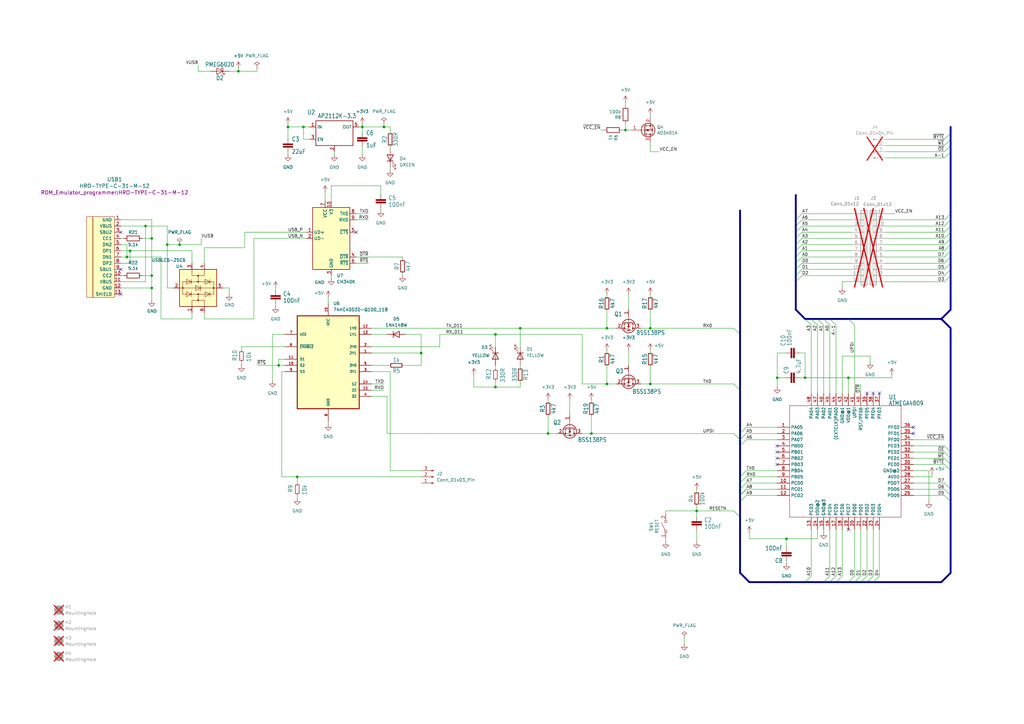
<source format=kicad_sch>
(kicad_sch
	(version 20231120)
	(generator "eeschema")
	(generator_version "8.0")
	(uuid "28fa76d1-9281-4306-81d2-b9e710546d0c")
	(paper "A3")
	(title_block
		(title "ROM Emulator Programmer")
		(date "2024-10-03")
		(rev "0.01")
		(company "Peter & Per")
	)
	
	(junction
		(at 121.92 195.58)
		(diameter 0)
		(color 0 0 0 0)
		(uuid "0d1f6abb-5305-4336-891d-c8ad04a56439")
	)
	(junction
		(at 53.34 102.87)
		(diameter 0)
		(color 0 0 0 0)
		(uuid "25fe08f4-9f66-4d53-a6a3-90a9a5f73936")
	)
	(junction
		(at 347.98 154.94)
		(diameter 0)
		(color 0 0 0 0)
		(uuid "29f471a5-1166-4216-b043-a68044debdba")
	)
	(junction
		(at 285.75 209.55)
		(diameter 0)
		(color 0 0 0 0)
		(uuid "2a734be5-512c-4549-8b37-6658fe51780b")
	)
	(junction
		(at 266.7 157.48)
		(diameter 0)
		(color 0 0 0 0)
		(uuid "3ba4e73c-d70a-4a41-9dd0-0a2a9871bb2f")
	)
	(junction
		(at 62.23 113.03)
		(diameter 0)
		(color 0 0 0 0)
		(uuid "49566c78-2e93-4a70-87a7-beae877b2725")
	)
	(junction
		(at 73.66 100.33)
		(diameter 0)
		(color 0 0 0 0)
		(uuid "52aa08b5-ad6f-410c-b3b8-45e39b58c6f8")
	)
	(junction
		(at 62.23 97.79)
		(diameter 0)
		(color 0 0 0 0)
		(uuid "53f90da0-9f08-4abf-bee0-42b3eed651d0")
	)
	(junction
		(at 213.36 134.62)
		(diameter 0)
		(color 0 0 0 0)
		(uuid "54934003-054f-415a-908a-2d219a23e302")
	)
	(junction
		(at 318.77 154.94)
		(diameter 0)
		(color 0 0 0 0)
		(uuid "5772eb95-057a-49a6-b3fc-f8593202da99")
	)
	(junction
		(at 68.58 100.33)
		(diameter 0)
		(color 0 0 0 0)
		(uuid "5b204ae1-18cb-48a1-8bfc-83bbb69cd4d6")
	)
	(junction
		(at 118.11 52.07)
		(diameter 0)
		(color 0 0 0 0)
		(uuid "5db75ccb-e4fe-40a2-beea-ae9dafcb1ef0")
	)
	(junction
		(at 330.2 154.94)
		(diameter 0)
		(color 0 0 0 0)
		(uuid "628920db-d769-4d82-a99e-f8adb116e895")
	)
	(junction
		(at 203.2 137.16)
		(diameter 0)
		(color 0 0 0 0)
		(uuid "6597da01-b2b9-463e-8794-5d9afb43b4a2")
	)
	(junction
		(at 203.2 158.75)
		(diameter 0)
		(color 0 0 0 0)
		(uuid "690bb759-99bc-4c4c-9f6c-2d99266a44ce")
	)
	(junction
		(at 224.79 177.8)
		(diameter 0)
		(color 0 0 0 0)
		(uuid "7190c1d9-0e32-4fdb-a8d7-3c80efa4016a")
	)
	(junction
		(at 62.23 118.11)
		(diameter 0)
		(color 0 0 0 0)
		(uuid "83226750-bbd5-4926-bda5-792bd20ce125")
	)
	(junction
		(at 322.58 220.98)
		(diameter 0)
		(color 0 0 0 0)
		(uuid "84f033be-32bb-45a0-9234-97ebb0e46b3b")
	)
	(junction
		(at 386.08 130.81)
		(diameter 0)
		(color 0 0 0 0)
		(uuid "9410afe5-3f02-4941-bdbd-949a040e381b")
	)
	(junction
		(at 59.69 92.71)
		(diameter 0)
		(color 0 0 0 0)
		(uuid "95f4ad0f-cbf7-4f0b-853d-1e746aca63b5")
	)
	(junction
		(at 157.48 52.07)
		(diameter 0)
		(color 0 0 0 0)
		(uuid "9b8807cb-1f7d-4f87-8871-26309c860e68")
	)
	(junction
		(at 248.92 157.48)
		(diameter 0)
		(color 0 0 0 0)
		(uuid "b4fc6f02-e341-4c02-8017-9971c9ab3f4e")
	)
	(junction
		(at 114.3 149.86)
		(diameter 0)
		(color 0 0 0 0)
		(uuid "b6c99374-6b94-4b71-a1f3-9485e58af053")
	)
	(junction
		(at 242.57 177.8)
		(diameter 0)
		(color 0 0 0 0)
		(uuid "c7f162f5-4f28-48e2-b665-37283972dda4")
	)
	(junction
		(at 266.7 134.62)
		(diameter 0)
		(color 0 0 0 0)
		(uuid "d2d8463d-db89-4f29-90fa-cb37ab50933d")
	)
	(junction
		(at 148.59 52.07)
		(diameter 0)
		(color 0 0 0 0)
		(uuid "d3db53cd-b126-4577-9067-15d46ac3dc52")
	)
	(junction
		(at 52.07 105.41)
		(diameter 0)
		(color 0 0 0 0)
		(uuid "de18eed2-d3aa-482d-a7b7-d338c262e634")
	)
	(junction
		(at 248.92 134.62)
		(diameter 0)
		(color 0 0 0 0)
		(uuid "e08b558c-5012-48f8-a0c1-4b153d781b82")
	)
	(junction
		(at 124.46 52.07)
		(diameter 0)
		(color 0 0 0 0)
		(uuid "e4945014-46f4-4640-8266-cbb33aeb1d9e")
	)
	(junction
		(at 97.79 29.21)
		(diameter 0)
		(color 0 0 0 0)
		(uuid "e4e4fe5a-3b98-499f-84a0-64c80cf04e96")
	)
	(junction
		(at 256.54 53.34)
		(diameter 0)
		(color 0 0 0 0)
		(uuid "f21ae05e-3001-43fa-b13c-5e5b5e370dd5")
	)
	(junction
		(at 172.72 144.78)
		(diameter 0)
		(color 0 0 0 0)
		(uuid "f5be8b5a-43b4-4d6d-81aa-710ff6672bb6")
	)
	(no_connect
		(at 358.14 161.29)
		(uuid "227c5be5-f782-4bb2-99b2-db227c4d58e3")
	)
	(no_connect
		(at 49.53 110.49)
		(uuid "327264a2-1cde-4c2c-b205-7c14a5dbbf5c")
	)
	(no_connect
		(at 347.98 217.17)
		(uuid "33e031f8-b2bf-43a8-b45b-02363745e06c")
	)
	(no_connect
		(at 318.77 185.42)
		(uuid "418a2b17-cd9e-441f-8b25-c4d0d51a66be")
	)
	(no_connect
		(at 318.77 182.88)
		(uuid "5b109c58-2026-4629-8bee-35fe74d70d77")
	)
	(no_connect
		(at 360.68 161.29)
		(uuid "5fbbfa6c-c786-43cd-9118-9a1148b6cd4a")
	)
	(no_connect
		(at 374.65 177.8)
		(uuid "600263bf-5de4-42b8-9169-074ce0852260")
	)
	(no_connect
		(at 49.53 120.65)
		(uuid "8f13f64b-0f5d-4f19-8290-830a7be2430d")
	)
	(no_connect
		(at 355.6 161.29)
		(uuid "b890e99b-a31e-4f71-9a01-f615eb290f71")
	)
	(no_connect
		(at 146.05 95.25)
		(uuid "c15fafae-9b2d-4f94-9859-525f9bb93994")
	)
	(no_connect
		(at 49.53 95.25)
		(uuid "e958ab6e-b7bc-41aa-8552-74f8a03fb1a1")
	)
	(no_connect
		(at 318.77 190.5)
		(uuid "eb2ca0d2-b774-429b-992e-72880025be2b")
	)
	(no_connect
		(at 374.65 175.26)
		(uuid "ed822e95-8a76-4b35-b8aa-35e79fd4e109")
	)
	(no_connect
		(at 318.77 187.96)
		(uuid "f5c85e36-0f25-44ae-8024-1f423dc8cf27")
	)
	(bus_entry
		(at 328.93 113.03)
		(size -2.54 2.54)
		(stroke
			(width 0)
			(type default)
		)
		(uuid "0aa1af16-689c-411d-94ed-9d2f18765aea")
	)
	(bus_entry
		(at 387.35 59.69)
		(size 2.54 -2.54)
		(stroke
			(width 0)
			(type default)
		)
		(uuid "16a685a5-abe1-429b-a85b-7fb5aeb91a98")
	)
	(bus_entry
		(at 328.93 87.63)
		(size -2.54 2.54)
		(stroke
			(width 0)
			(type default)
		)
		(uuid "16fb4579-8076-4569-a889-c74fb0a44e57")
	)
	(bus_entry
		(at 387.35 102.87)
		(size 2.54 -2.54)
		(stroke
			(width 0)
			(type default)
		)
		(uuid "17afc67b-cb84-41c7-a0d3-859bf042dd44")
	)
	(bus_entry
		(at 360.68 236.22)
		(size -2.54 2.54)
		(stroke
			(width 0)
			(type default)
		)
		(uuid "1910cc65-d552-4ede-8a47-7bb05d228f88")
	)
	(bus_entry
		(at 387.35 92.71)
		(size 2.54 -2.54)
		(stroke
			(width 0)
			(type default)
		)
		(uuid "1be8e402-e8e0-462a-9c1d-8b35ca998292")
	)
	(bus_entry
		(at 387.35 107.95)
		(size 2.54 -2.54)
		(stroke
			(width 0)
			(type default)
		)
		(uuid "20bfcef1-00cc-4234-972e-37a3aca6546c")
	)
	(bus_entry
		(at 342.9 236.22)
		(size -2.54 2.54)
		(stroke
			(width 0)
			(type default)
		)
		(uuid "232552e6-d3ce-4323-9878-9d0a815a4fb0")
	)
	(bus_entry
		(at 387.35 95.25)
		(size 2.54 -2.54)
		(stroke
			(width 0)
			(type default)
		)
		(uuid "2485caa4-edea-47d3-8564-cee6ac5cd45e")
	)
	(bus_entry
		(at 328.93 97.79)
		(size -2.54 2.54)
		(stroke
			(width 0)
			(type default)
		)
		(uuid "25026f63-23a1-4fdd-9ba1-d57454297aad")
	)
	(bus_entry
		(at 306.07 200.66)
		(size -2.54 2.54)
		(stroke
			(width 0)
			(type default)
		)
		(uuid "25935f77-39bc-4b3c-a923-1df4383556b3")
	)
	(bus_entry
		(at 306.07 177.8)
		(size -2.54 2.54)
		(stroke
			(width 0)
			(type default)
		)
		(uuid "25ab4834-eba0-46db-85de-b05220deb2bd")
	)
	(bus_entry
		(at 342.9 133.35)
		(size -2.54 -2.54)
		(stroke
			(width 0)
			(type default)
		)
		(uuid "28dc474f-e6e9-4bfe-aaa4-5cf8802ba712")
	)
	(bus_entry
		(at 387.35 200.66)
		(size 2.54 2.54)
		(stroke
			(width 0)
			(type default)
		)
		(uuid "2c1f6dc9-e875-485a-8268-d7844c713a09")
	)
	(bus_entry
		(at 328.93 100.33)
		(size -2.54 2.54)
		(stroke
			(width 0)
			(type default)
		)
		(uuid "2efdf071-883b-4862-b301-80ffe5be0ca0")
	)
	(bus_entry
		(at 387.35 57.15)
		(size 2.54 -2.54)
		(stroke
			(width 0)
			(type default)
		)
		(uuid "2f3f09fe-9c8f-4565-89a0-4fda67bdfe1e")
	)
	(bus_entry
		(at 387.35 110.49)
		(size 2.54 -2.54)
		(stroke
			(width 0)
			(type default)
		)
		(uuid "306f09d3-c117-4330-9407-5c4d49ce0b53")
	)
	(bus_entry
		(at 337.82 133.35)
		(size -2.54 -2.54)
		(stroke
			(width 0)
			(type default)
		)
		(uuid "33649431-c1c8-43cd-9acd-2c9a7d3321e8")
	)
	(bus_entry
		(at 387.35 97.79)
		(size 2.54 -2.54)
		(stroke
			(width 0)
			(type default)
		)
		(uuid "35824b65-6ec4-46e2-b5c4-eac478b69c2b")
	)
	(bus_entry
		(at 387.35 64.77)
		(size 2.54 -2.54)
		(stroke
			(width 0)
			(type default)
		)
		(uuid "4c7cc51e-3724-449d-adbb-3ea092cbc57e")
	)
	(bus_entry
		(at 355.6 236.22)
		(size -2.54 2.54)
		(stroke
			(width 0)
			(type default)
		)
		(uuid "5015131d-c2ac-424e-a78c-0a05714f6fac")
	)
	(bus_entry
		(at 328.93 90.17)
		(size -2.54 2.54)
		(stroke
			(width 0)
			(type default)
		)
		(uuid "51bbb9fa-f4ea-4874-a7d9-4741da0d4ce4")
	)
	(bus_entry
		(at 328.93 102.87)
		(size -2.54 2.54)
		(stroke
			(width 0)
			(type default)
		)
		(uuid "57919088-5913-4eda-b3f9-047a2b97203c")
	)
	(bus_entry
		(at 358.14 236.22)
		(size -2.54 2.54)
		(stroke
			(width 0)
			(type default)
		)
		(uuid "58c68571-7bb1-4e02-969f-0f375d588f18")
	)
	(bus_entry
		(at 306.07 198.12)
		(size -2.54 2.54)
		(stroke
			(width 0)
			(type default)
		)
		(uuid "5d39ca08-1f9e-4a7f-b076-da956f2d39f8")
	)
	(bus_entry
		(at 300.99 157.48)
		(size 2.54 2.54)
		(stroke
			(width 0)
			(type default)
		)
		(uuid "668eecfb-898e-4f3f-9125-ea0e2700ea44")
	)
	(bus_entry
		(at 306.07 180.34)
		(size -2.54 2.54)
		(stroke
			(width 0)
			(type default)
		)
		(uuid "66fa855d-9aab-4934-a28c-54da3fba9912")
	)
	(bus_entry
		(at 387.35 62.23)
		(size 2.54 -2.54)
		(stroke
			(width 0)
			(type default)
		)
		(uuid "69305812-d088-44f4-85c7-a578cdaed436")
	)
	(bus_entry
		(at 387.35 185.42)
		(size 2.54 2.54)
		(stroke
			(width 0)
			(type default)
		)
		(uuid "71ae20e8-c87e-4827-916b-ba5efd75b6be")
	)
	(bus_entry
		(at 387.35 100.33)
		(size 2.54 -2.54)
		(stroke
			(width 0)
			(type default)
		)
		(uuid "7224c973-9db9-4da6-acd6-6fbf779b56fb")
	)
	(bus_entry
		(at 387.35 182.88)
		(size 2.54 2.54)
		(stroke
			(width 0)
			(type default)
		)
		(uuid "751fcfbd-021b-48c2-8fed-ed24c23b0557")
	)
	(bus_entry
		(at 332.74 236.22)
		(size -2.54 2.54)
		(stroke
			(width 0)
			(type default)
		)
		(uuid "7579ff0e-c314-44ab-a8a0-47817b1c8abb")
	)
	(bus_entry
		(at 306.07 193.04)
		(size -2.54 2.54)
		(stroke
			(width 0)
			(type default)
		)
		(uuid "7c422821-4b95-406d-916e-9666fd8aa869")
	)
	(bus_entry
		(at 300.99 134.62)
		(size 2.54 2.54)
		(stroke
			(width 0)
			(type default)
		)
		(uuid "7c9b0bd5-fae6-4cfe-a80f-1c525793abb9")
	)
	(bus_entry
		(at 387.35 113.03)
		(size 2.54 -2.54)
		(stroke
			(width 0)
			(type default)
		)
		(uuid "7f71c6f6-fc39-480a-870c-642f356424fe")
	)
	(bus_entry
		(at 328.93 92.71)
		(size -2.54 2.54)
		(stroke
			(width 0)
			(type default)
		)
		(uuid "7fb0f4c9-65d2-4a8f-a048-ee7a67f238b2")
	)
	(bus_entry
		(at 300.99 177.8)
		(size 2.54 2.54)
		(stroke
			(width 0)
			(type default)
		)
		(uuid "81cecfa1-cb57-4c42-bca6-3ae4b0631463")
	)
	(bus_entry
		(at 306.07 200.66)
		(size -2.54 2.54)
		(stroke
			(width 0)
			(type default)
		)
		(uuid "842ecb31-5cfe-4144-8683-3c6d1331ff77")
	)
	(bus_entry
		(at 387.35 90.17)
		(size 2.54 -2.54)
		(stroke
			(width 0)
			(type default)
		)
		(uuid "85859c3c-9ec5-4020-b4b2-424ee21c7f31")
	)
	(bus_entry
		(at 328.93 95.25)
		(size -2.54 2.54)
		(stroke
			(width 0)
			(type default)
		)
		(uuid "866292a7-49b7-4edc-a078-0b67d6d4ae4c")
	)
	(bus_entry
		(at 340.36 236.22)
		(size -2.54 2.54)
		(stroke
			(width 0)
			(type default)
		)
		(uuid "8790097f-ce2c-4cee-974d-6aba0753c60f")
	)
	(bus_entry
		(at 387.35 105.41)
		(size 2.54 -2.54)
		(stroke
			(width 0)
			(type default)
		)
		(uuid "92d378de-bc20-41a0-a9b1-dc67fc4b1c50")
	)
	(bus_entry
		(at 306.07 203.2)
		(size -2.54 2.54)
		(stroke
			(width 0)
			(type default)
		)
		(uuid "9e30d67c-3181-421c-aea0-c2f47e295343")
	)
	(bus_entry
		(at 387.35 198.12)
		(size 2.54 2.54)
		(stroke
			(width 0)
			(type default)
		)
		(uuid "a09ab4d8-6519-4e2b-a8eb-bd4d95fb7897")
	)
	(bus_entry
		(at 306.07 195.58)
		(size -2.54 2.54)
		(stroke
			(width 0)
			(type default)
		)
		(uuid "a146ad34-41ff-4206-a19d-0be39c0cd6ab")
	)
	(bus_entry
		(at 387.35 187.96)
		(size 2.54 2.54)
		(stroke
			(width 0)
			(type default)
		)
		(uuid "a3a8ab07-58fb-49b6-8265-0000d373c0f4")
	)
	(bus_entry
		(at 328.93 107.95)
		(size -2.54 2.54)
		(stroke
			(width 0)
			(type default)
		)
		(uuid "ae2c274e-1b19-43dc-ba01-7842f12c853c")
	)
	(bus_entry
		(at 345.44 236.22)
		(size -2.54 2.54)
		(stroke
			(width 0)
			(type default)
		)
		(uuid "ae907c98-f150-4cfe-8683-866f547cddc3")
	)
	(bus_entry
		(at 328.93 105.41)
		(size -2.54 2.54)
		(stroke
			(width 0)
			(type default)
		)
		(uuid "aec6c226-2370-48f5-a6b8-7c050a1b034a")
	)
	(bus_entry
		(at 387.35 115.57)
		(size 2.54 -2.54)
		(stroke
			(width 0)
			(type default)
		)
		(uuid "b52cd8fb-a4e1-485e-8296-2595c0d87705")
	)
	(bus_entry
		(at 340.36 133.35)
		(size -2.54 -2.54)
		(stroke
			(width 0)
			(type default)
		)
		(uuid "b71aef7b-0325-4713-b6e1-27f4aba133ac")
	)
	(bus_entry
		(at 328.93 110.49)
		(size -2.54 2.54)
		(stroke
			(width 0)
			(type default)
		)
		(uuid "b943ddf4-d7e8-49fe-a5a8-27433629e951")
	)
	(bus_entry
		(at 300.99 209.55)
		(size 2.54 2.54)
		(stroke
			(width 0)
			(type default)
		)
		(uuid "bd83e3c9-e2a7-47a7-abc0-eefb902aac33")
	)
	(bus_entry
		(at 332.74 133.35)
		(size -2.54 -2.54)
		(stroke
			(width 0)
			(type default)
		)
		(uuid "be8ad4d9-f125-45ee-84c7-8700267dc8d3")
	)
	(bus_entry
		(at 387.35 190.5)
		(size 2.54 2.54)
		(stroke
			(width 0)
			(type default)
		)
		(uuid "c51268ad-6885-4322-8e4d-c67d857e3d23")
	)
	(bus_entry
		(at 353.06 236.22)
		(size -2.54 2.54)
		(stroke
			(width 0)
			(type default)
		)
		(uuid "cf1061d4-aedb-44b3-afee-d2e2aef0f8d9")
	)
	(bus_entry
		(at 306.07 175.26)
		(size -2.54 2.54)
		(stroke
			(width 0)
			(type default)
		)
		(uuid "e3aec4cb-12fc-4eec-864a-0cb00c18c397")
	)
	(bus_entry
		(at 387.35 203.2)
		(size 2.54 2.54)
		(stroke
			(width 0)
			(type default)
		)
		(uuid "e9354dbe-5ab2-445d-afa8-6c25f014f2ea")
	)
	(bus_entry
		(at 335.28 133.35)
		(size -2.54 -2.54)
		(stroke
			(width 0)
			(type default)
		)
		(uuid "eb4e5123-fe35-45e0-a9e4-095e9ee5ea6b")
	)
	(bus_entry
		(at 350.52 236.22)
		(size -2.54 2.54)
		(stroke
			(width 0)
			(type default)
		)
		(uuid "ef562df2-da45-448a-b1c9-9e75f319a6fb")
	)
	(bus_entry
		(at 350.52 133.35)
		(size -2.54 -2.54)
		(stroke
			(width 0)
			(type default)
		)
		(uuid "f94ee951-5821-4e10-8d0b-78426479034e")
	)
	(bus
		(pts
			(xy 389.89 102.87) (xy 389.89 105.41)
		)
		(stroke
			(width 0.762)
			(type solid)
		)
		(uuid "009e38fb-06d8-4f52-a649-342a66806d07")
	)
	(wire
		(pts
			(xy 347.98 154.94) (xy 365.76 154.94)
		)
		(stroke
			(width 0.1524)
			(type solid)
		)
		(uuid "013a424d-0c63-410d-a030-e123de418a7b")
	)
	(wire
		(pts
			(xy 62.23 97.79) (xy 62.23 113.03)
		)
		(stroke
			(width 0)
			(type default)
		)
		(uuid "015919bb-bf9a-4193-8487-a1d36051865d")
	)
	(wire
		(pts
			(xy 256.54 53.34) (xy 259.08 53.34)
		)
		(stroke
			(width 0)
			(type default)
		)
		(uuid "0381a88b-5251-4399-bd12-fa44317dd30d")
	)
	(wire
		(pts
			(xy 374.65 193.04) (xy 381 193.04)
		)
		(stroke
			(width 0)
			(type default)
		)
		(uuid "042e4ed2-7259-4e1d-bf91-590c01946f4d")
	)
	(bus
		(pts
			(xy 326.39 92.71) (xy 326.39 90.17)
		)
		(stroke
			(width 0.762)
			(type solid)
		)
		(uuid "0509aad3-98e1-46b0-b088-0edb29aa5c30")
	)
	(wire
		(pts
			(xy 134.62 121.92) (xy 134.62 124.46)
		)
		(stroke
			(width 0)
			(type default)
		)
		(uuid "052fba4b-da4c-482c-9604-43c5506f6e62")
	)
	(bus
		(pts
			(xy 389.89 110.49) (xy 389.89 113.03)
		)
		(stroke
			(width 0.762)
			(type solid)
		)
		(uuid "0752531a-d6a4-4814-85e2-02e48ec0dbe8")
	)
	(wire
		(pts
			(xy 349.25 105.41) (xy 328.93 105.41)
		)
		(stroke
			(width 0)
			(type default)
		)
		(uuid "08393765-15ca-4832-89b7-61d85d407e61")
	)
	(wire
		(pts
			(xy 285.75 209.55) (xy 285.75 212.09)
		)
		(stroke
			(width 0.1524)
			(type solid)
		)
		(uuid "09a2fcd5-31bc-439a-bec7-893d00ec7144")
	)
	(wire
		(pts
			(xy 238.76 177.8) (xy 242.57 177.8)
		)
		(stroke
			(width 0.1524)
			(type solid)
		)
		(uuid "09b96df1-f1d8-402f-9c78-8dc9c0aa6ae7")
	)
	(wire
		(pts
			(xy 318.77 158.75) (xy 318.77 154.94)
		)
		(stroke
			(width 0)
			(type default)
		)
		(uuid "09c3e1ac-4617-482c-9e3c-dd2907fcde2d")
	)
	(wire
		(pts
			(xy 147.32 52.07) (xy 148.59 52.07)
		)
		(stroke
			(width 0.1524)
			(type solid)
		)
		(uuid "09ca1d16-aeab-4480-b710-8f30bfc75e0e")
	)
	(wire
		(pts
			(xy 66.04 105.41) (xy 66.04 130.81)
		)
		(stroke
			(width 0)
			(type default)
		)
		(uuid "0a049206-63c3-45b7-81ea-36e71c351f4c")
	)
	(wire
		(pts
			(xy 91.44 118.11) (xy 93.98 118.11)
		)
		(stroke
			(width 0)
			(type default)
		)
		(uuid "0b52a2b9-964f-48a9-8b9e-477085330ef3")
	)
	(wire
		(pts
			(xy 121.92 195.58) (xy 172.72 195.58)
		)
		(stroke
			(width 0)
			(type default)
		)
		(uuid "0b5cf8f2-096e-42c2-8b88-f86d1834cb82")
	)
	(wire
		(pts
			(xy 134.62 172.72) (xy 134.62 173.99)
		)
		(stroke
			(width 0)
			(type default)
		)
		(uuid "0d5127a6-a167-4f21-9067-339e2e7ceef1")
	)
	(wire
		(pts
			(xy 213.36 142.24) (xy 213.36 134.62)
		)
		(stroke
			(width 0.1524)
			(type solid)
		)
		(uuid "0dd763da-7cdd-419f-90af-3a458ce0a481")
	)
	(wire
		(pts
			(xy 363.22 87.63) (xy 367.03 87.63)
		)
		(stroke
			(width 0)
			(type default)
		)
		(uuid "0e2acd85-a123-41b7-93c4-ab43a356d450")
	)
	(wire
		(pts
			(xy 118.11 62.23) (xy 118.11 63.5)
		)
		(stroke
			(width 0)
			(type default)
		)
		(uuid "0e4bb3c0-49f2-43ef-a951-3f67164b3b08")
	)
	(wire
		(pts
			(xy 349.25 100.33) (xy 328.93 100.33)
		)
		(stroke
			(width 0)
			(type default)
		)
		(uuid "0ebfff8f-895d-414b-8952-e54f5e5af4a5")
	)
	(wire
		(pts
			(xy 146.05 107.95) (xy 151.13 107.95)
		)
		(stroke
			(width 0)
			(type default)
		)
		(uuid "0fe8d0af-bcd1-44dd-9c0b-2cb075be43ce")
	)
	(wire
		(pts
			(xy 165.1 111.76) (xy 165.1 113.03)
		)
		(stroke
			(width 0)
			(type default)
		)
		(uuid "0ff77c00-fec1-4b33-adef-55d4bf5ae076")
	)
	(wire
		(pts
			(xy 327.66 154.94) (xy 330.2 154.94)
		)
		(stroke
			(width 0.1524)
			(type solid)
		)
		(uuid "11212c01-7978-4656-a750-69f7b1e63e9f")
	)
	(bus
		(pts
			(xy 389.89 113.03) (xy 389.89 127)
		)
		(stroke
			(width 0.762)
			(type solid)
		)
		(uuid "1177ab42-a473-4fd1-9ba0-7f73b4985297")
	)
	(wire
		(pts
			(xy 349.25 90.17) (xy 328.93 90.17)
		)
		(stroke
			(width 0)
			(type default)
		)
		(uuid "12c7cffc-e85d-4800-9f6d-b94edff32052")
	)
	(bus
		(pts
			(xy 342.9 238.76) (xy 347.98 238.76)
		)
		(stroke
			(width 0.762)
			(type solid)
		)
		(uuid "1300f3ec-1477-4228-9d48-992c9e0a6f65")
	)
	(bus
		(pts
			(xy 350.52 238.76) (xy 353.06 238.76)
		)
		(stroke
			(width 0.762)
			(type solid)
		)
		(uuid "16235157-2cf7-4cf5-b472-e5bef53e0c1b")
	)
	(wire
		(pts
			(xy 175.26 177.8) (xy 224.79 177.8)
		)
		(stroke
			(width 0.1524)
			(type solid)
		)
		(uuid "16986530-80d7-48cb-91d0-4d078eb5b791")
	)
	(bus
		(pts
			(xy 353.06 238.76) (xy 355.6 238.76)
		)
		(stroke
			(width 0.762)
			(type solid)
		)
		(uuid "1744e8ae-2f53-4a25-b5a2-90744d83b232")
	)
	(bus
		(pts
			(xy 389.89 97.79) (xy 389.89 100.33)
		)
		(stroke
			(width 0.762)
			(type solid)
		)
		(uuid "1756d4fc-8430-4535-8587-3ddbfc109c60")
	)
	(wire
		(pts
			(xy 115.57 195.58) (xy 121.92 195.58)
		)
		(stroke
			(width 0)
			(type default)
		)
		(uuid "1804159d-5d95-4350-94e9-bca4f08e878b")
	)
	(wire
		(pts
			(xy 228.6 177.8) (xy 224.79 177.8)
		)
		(stroke
			(width 0.1524)
			(type solid)
		)
		(uuid "187cb4fc-7dbd-4cd1-bba4-a32961953a1d")
	)
	(bus
		(pts
			(xy 326.39 105.41) (xy 326.39 102.87)
		)
		(stroke
			(width 0.762)
			(type solid)
		)
		(uuid "18ad8ee6-dda0-42f9-9290-c2e84f19e80d")
	)
	(wire
		(pts
			(xy 160.02 152.4) (xy 160.02 193.04)
		)
		(stroke
			(width 0)
			(type default)
		)
		(uuid "1983c23b-6fcb-4416-aee0-8a4e17c77057")
	)
	(wire
		(pts
			(xy 158.75 177.8) (xy 175.26 177.8)
		)
		(stroke
			(width 0)
			(type default)
		)
		(uuid "1cbd6778-760c-4ee9-8e5e-96833a8ee8b4")
	)
	(wire
		(pts
			(xy 318.77 195.58) (xy 306.07 195.58)
		)
		(stroke
			(width 0.1524)
			(type solid)
		)
		(uuid "1eab1aa2-e84d-4cc1-b606-b47612e8b88b")
	)
	(wire
		(pts
			(xy 318.77 154.94) (xy 322.58 154.94)
		)
		(stroke
			(width 0)
			(type default)
		)
		(uuid "1eb334ba-07be-46cf-91b9-6057a111fdcb")
	)
	(wire
		(pts
			(xy 62.23 113.03) (xy 62.23 118.11)
		)
		(stroke
			(width 0)
			(type default)
		)
		(uuid "1ec0a4bb-c245-46b2-b58d-26cdaf073780")
	)
	(wire
		(pts
			(xy 349.25 92.71) (xy 328.93 92.71)
		)
		(stroke
			(width 0)
			(type default)
		)
		(uuid "2018ab69-1b58-4b1c-be6d-630c9493131b")
	)
	(wire
		(pts
			(xy 194.31 158.75) (xy 203.2 158.75)
		)
		(stroke
			(width 0)
			(type default)
		)
		(uuid "20b7ee20-30c5-46c9-a107-3283254549af")
	)
	(wire
		(pts
			(xy 340.36 161.29) (xy 340.36 133.35)
		)
		(stroke
			(width 0.1524)
			(type solid)
		)
		(uuid "20fb9ccb-4ef5-469b-88ab-fd2d1ed94c7e")
	)
	(wire
		(pts
			(xy 273.05 220.98) (xy 273.05 222.25)
		)
		(stroke
			(width 0)
			(type default)
		)
		(uuid "214a7ee8-8efd-4ad8-a40a-91e79ad8be86")
	)
	(wire
		(pts
			(xy 152.4 134.62) (xy 175.26 134.62)
		)
		(stroke
			(width 0)
			(type default)
		)
		(uuid "217b16ee-b803-4f3e-af6d-0d6c4e0fd9c1")
	)
	(wire
		(pts
			(xy 363.22 92.71) (xy 387.35 92.71)
		)
		(stroke
			(width 0)
			(type default)
		)
		(uuid "21d72ae5-41c2-4531-8ed7-777e28225e5c")
	)
	(wire
		(pts
			(xy 266.7 134.62) (xy 300.99 134.62)
		)
		(stroke
			(width 0.1524)
			(type solid)
		)
		(uuid "21fd52e5-5515-461c-84f7-3112a5a1f945")
	)
	(wire
		(pts
			(xy 53.34 102.87) (xy 78.74 102.87)
		)
		(stroke
			(width 0)
			(type default)
		)
		(uuid "22be691a-d2f7-4b76-82b7-b3454c5f6574")
	)
	(wire
		(pts
			(xy 62.23 118.11) (xy 62.23 123.19)
		)
		(stroke
			(width 0)
			(type default)
		)
		(uuid "2300fff3-6ac5-49f7-85d8-0262eb9d8349")
	)
	(wire
		(pts
			(xy 203.2 142.24) (xy 203.2 137.16)
		)
		(stroke
			(width 0.1524)
			(type solid)
		)
		(uuid "231165a3-4e2f-4693-8bf1-8dff36d0f418")
	)
	(bus
		(pts
			(xy 303.53 200.66) (xy 303.53 198.12)
		)
		(stroke
			(width 0.762)
			(type solid)
		)
		(uuid "2378be87-b70d-48b9-9032-240b9e5821df")
	)
	(wire
		(pts
			(xy 285.75 209.55) (xy 273.05 209.55)
		)
		(stroke
			(width 0.1524)
			(type solid)
		)
		(uuid "23ae37f7-0064-4193-ab8e-d6a22a1e843d")
	)
	(bus
		(pts
			(xy 326.39 107.95) (xy 326.39 105.41)
		)
		(stroke
			(width 0.762)
			(type solid)
		)
		(uuid "23b08d59-f152-479e-8bfd-78fe22932cfc")
	)
	(wire
		(pts
			(xy 248.92 127) (xy 248.92 134.62)
		)
		(stroke
			(width 0.1524)
			(type solid)
		)
		(uuid "23c7bfe4-eaa0-4bfb-9f62-3e2c701899e5")
	)
	(wire
		(pts
			(xy 148.59 52.07) (xy 148.59 50.8)
		)
		(stroke
			(width 0.1524)
			(type solid)
		)
		(uuid "244e53d4-5e2c-4aaa-a796-d3fea53c68b3")
	)
	(bus
		(pts
			(xy 389.89 62.23) (xy 389.89 87.63)
		)
		(stroke
			(width 0.762)
			(type solid)
		)
		(uuid "24dd2c5d-86f0-4ec5-b6e4-6ee4c7cab5bd")
	)
	(bus
		(pts
			(xy 307.34 238.76) (xy 303.53 234.95)
		)
		(stroke
			(width 0.762)
			(type solid)
		)
		(uuid "24f9edcc-32d4-4da1-92c1-6a803eab182c")
	)
	(wire
		(pts
			(xy 105.41 29.21) (xy 105.41 27.94)
		)
		(stroke
			(width 0)
			(type default)
		)
		(uuid "25e47d13-f83c-4b36-918e-de41ac914996")
	)
	(bus
		(pts
			(xy 303.53 203.2) (xy 303.53 205.74)
		)
		(stroke
			(width 0.762)
			(type solid)
		)
		(uuid "27755419-bda5-4635-9da3-d7b708346a7f")
	)
	(wire
		(pts
			(xy 266.7 143.51) (xy 266.7 144.78)
		)
		(stroke
			(width 0)
			(type default)
		)
		(uuid "2adaaf9d-6341-4463-b2c2-fd4670cc39cd")
	)
	(bus
		(pts
			(xy 326.39 80.01) (xy 326.39 90.17)
		)
		(stroke
			(width 0.762)
			(type solid)
		)
		(uuid "2ba86e6b-d314-4e63-a775-66d93ff94e5a")
	)
	(bus
		(pts
			(xy 303.53 160.02) (xy 303.53 137.16)
		)
		(stroke
			(width 0.762)
			(type solid)
		)
		(uuid "2c66870b-d0b8-4b83-9a66-233c4359d44b")
	)
	(wire
		(pts
			(xy 318.77 144.78) (xy 322.58 144.78)
		)
		(stroke
			(width 0)
			(type default)
		)
		(uuid "2cfda724-8e8a-41e3-80f9-005fa80ad197")
	)
	(wire
		(pts
			(xy 248.92 149.86) (xy 248.92 157.48)
		)
		(stroke
			(width 0.1524)
			(type solid)
		)
		(uuid "2d135478-c8e9-4c22-93a5-86ce57f71e7c")
	)
	(wire
		(pts
			(xy 49.53 92.71) (xy 59.69 92.71)
		)
		(stroke
			(width 0)
			(type default)
		)
		(uuid "2de501c6-8a0d-43ab-a625-7e56e9567fee")
	)
	(bus
		(pts
			(xy 358.14 238.76) (xy 386.08 238.76)
		)
		(stroke
			(width 0.762)
			(type solid)
		)
		(uuid "2e71ef3f-af3f-44df-8112-312e0ae37782")
	)
	(wire
		(pts
			(xy 363.22 115.57) (xy 387.35 115.57)
		)
		(stroke
			(width 0)
			(type default)
		)
		(uuid "2f04fef7-6359-4dee-97c3-872a2308cf02")
	)
	(bus
		(pts
			(xy 332.74 130.81) (xy 330.2 130.81)
		)
		(stroke
			(width 0.762)
			(type solid)
		)
		(uuid "2fd66dbb-d7f1-42f5-8a28-156223f96917")
	)
	(bus
		(pts
			(xy 389.89 234.95) (xy 389.89 205.74)
		)
		(stroke
			(width 0.762)
			(type solid)
		)
		(uuid "30b3fd97-8875-468e-8bbd-29b1e6ea0f41")
	)
	(wire
		(pts
			(xy 356.87 148.59) (xy 356.87 146.05)
		)
		(stroke
			(width 0)
			(type default)
		)
		(uuid "31868d51-0a97-4c33-95c5-57011daea4f7")
	)
	(wire
		(pts
			(xy 166.37 137.16) (xy 172.72 137.16)
		)
		(stroke
			(width 0)
			(type default)
		)
		(uuid "32fc3a44-dd95-4980-821a-acb2266f51af")
	)
	(wire
		(pts
			(xy 172.72 144.78) (xy 172.72 137.16)
		)
		(stroke
			(width 0)
			(type default)
		)
		(uuid "338f900e-44ef-4935-88ce-7e65c81d4981")
	)
	(wire
		(pts
			(xy 114.3 147.32) (xy 114.3 149.86)
		)
		(stroke
			(width 0)
			(type default)
		)
		(uuid "343b6689-ae80-44d4-913f-51c1b9c6248e")
	)
	(wire
		(pts
			(xy 58.42 97.79) (xy 62.23 97.79)
		)
		(stroke
			(width 0)
			(type default)
		)
		(uuid "34913f22-09d2-4c06-8649-234e8665a34d")
	)
	(wire
		(pts
			(xy 113.03 118.11) (xy 113.03 119.38)
		)
		(stroke
			(width 0)
			(type default)
		)
		(uuid "34da4228-f370-437c-b988-f24ea289f74e")
	)
	(bus
		(pts
			(xy 389.89 200.66) (xy 389.89 193.04)
		)
		(stroke
			(width 0.762)
			(type solid)
		)
		(uuid "35137d75-cbac-4a59-9a03-826fe702466c")
	)
	(wire
		(pts
			(xy 213.36 149.86) (xy 213.36 151.13)
		)
		(stroke
			(width 0)
			(type default)
		)
		(uuid "35378b14-3990-4e5e-91e7-cf2e4b7c4e2c")
	)
	(wire
		(pts
			(xy 328.93 107.95) (xy 349.25 107.95)
		)
		(stroke
			(width 0)
			(type default)
		)
		(uuid "35ab9d8f-d203-46b2-bd98-94bb4d97c0ea")
	)
	(wire
		(pts
			(xy 255.27 53.34) (xy 256.54 53.34)
		)
		(stroke
			(width 0)
			(type default)
		)
		(uuid "3766d906-4b6b-4091-b532-dc0a3179d153")
	)
	(wire
		(pts
			(xy 99.06 148.59) (xy 99.06 149.86)
		)
		(stroke
			(width 0)
			(type default)
		)
		(uuid "39378f87-e573-4181-8ca6-5da0e7a51f9c")
	)
	(wire
		(pts
			(xy 381 193.04) (xy 381 205.74)
		)
		(stroke
			(width 0)
			(type default)
		)
		(uuid "3a2078cc-5cd1-4839-9088-ea1d7e726567")
	)
	(wire
		(pts
			(xy 118.11 52.07) (xy 118.11 57.15)
		)
		(stroke
			(width 0.1524)
			(type solid)
		)
		(uuid "3ad637be-ab5c-41ee-8c61-b2bad995a4a0")
	)
	(wire
		(pts
			(xy 68.58 118.11) (xy 71.12 118.11)
		)
		(stroke
			(width 0)
			(type default)
		)
		(uuid "3bbb893f-6ca9-4510-bbe3-d28752a6395d")
	)
	(wire
		(pts
			(xy 374.65 190.5) (xy 387.35 190.5)
		)
		(stroke
			(width 0.1524)
			(type solid)
		)
		(uuid "3c3163a8-fc90-476d-8cf5-87ef721a3cf0")
	)
	(wire
		(pts
			(xy 104.14 97.79) (xy 104.14 130.81)
		)
		(stroke
			(width 0)
			(type default)
		)
		(uuid "3cbab137-a3b3-4dbe-aaa0-38d4538b3189")
	)
	(wire
		(pts
			(xy 83.82 101.6) (xy 83.82 107.95)
		)
		(stroke
			(width 0)
			(type default)
		)
		(uuid "3cda15b6-1f5a-42e5-af9b-6cacb27a245a")
	)
	(wire
		(pts
			(xy 152.4 137.16) (xy 158.75 137.16)
		)
		(stroke
			(width 0)
			(type default)
		)
		(uuid "3d1b4fc1-00f4-49b7-be82-f9a4d2257429")
	)
	(wire
		(pts
			(xy 83.82 130.81) (xy 104.14 130.81)
		)
		(stroke
			(width 0)
			(type default)
		)
		(uuid "3dbe20ec-ed3c-434a-973b-7d816d016d23")
	)
	(wire
		(pts
			(xy 318.77 203.2) (xy 306.07 203.2)
		)
		(stroke
			(width 0.1524)
			(type solid)
		)
		(uuid "3dbe62f7-dc53-4a23-99be-34f981a57410")
	)
	(wire
		(pts
			(xy 335.28 161.29) (xy 335.28 133.35)
		)
		(stroke
			(width 0.1524)
			(type solid)
		)
		(uuid "3e5c746d-ae0b-4327-91f2-63f01bcda125")
	)
	(wire
		(pts
			(xy 62.23 90.17) (xy 62.23 97.79)
		)
		(stroke
			(width 0)
			(type default)
		)
		(uuid "3f0df521-bc5a-4081-878d-c025f03eae8c")
	)
	(wire
		(pts
			(xy 213.36 158.75) (xy 213.36 156.21)
		)
		(stroke
			(width 0.1524)
			(type solid)
		)
		(uuid "3f17a8c3-f69b-4ea0-814c-0b027286e1ce")
	)
	(wire
		(pts
			(xy 257.81 143.51) (xy 257.81 149.86)
		)
		(stroke
			(width 0)
			(type default)
		)
		(uuid "3f20a456-9c9b-46ce-8c5a-a86c0f8e7e34")
	)
	(bus
		(pts
			(xy 389.89 100.33) (xy 389.89 102.87)
		)
		(stroke
			(width 0.762)
			(type solid)
		)
		(uuid "42247e34-6ad4-4062-bbed-fdd54086d6ab")
	)
	(wire
		(pts
			(xy 194.31 153.67) (xy 194.31 158.75)
		)
		(stroke
			(width 0)
			(type default)
		)
		(uuid "430ca375-911b-4a68-9dc8-917ca67cd21a")
	)
	(wire
		(pts
			(xy 49.53 107.95) (xy 53.34 107.95)
		)
		(stroke
			(width 0)
			(type default)
		)
		(uuid "44ad6771-8d72-4b7c-803a-c7dace71088c")
	)
	(wire
		(pts
			(xy 158.75 162.56) (xy 158.75 177.8)
		)
		(stroke
			(width 0)
			(type default)
		)
		(uuid "44c3df53-5df7-487b-8389-d57f2ee3e263")
	)
	(bus
		(pts
			(xy 389.89 107.95) (xy 389.89 110.49)
		)
		(stroke
			(width 0.762)
			(type solid)
		)
		(uuid "45fd6200-c9e2-49c0-a7a1-3cdca12f2739")
	)
	(bus
		(pts
			(xy 347.98 130.81) (xy 386.08 130.81)
		)
		(stroke
			(width 0.762)
			(type solid)
		)
		(uuid "464bd627-43c9-442c-a223-b74092088466")
	)
	(wire
		(pts
			(xy 53.34 102.87) (xy 53.34 107.95)
		)
		(stroke
			(width 0)
			(type default)
		)
		(uuid "48067404-e5ff-46dc-9842-fdc3924513f8")
	)
	(wire
		(pts
			(xy 242.57 177.8) (xy 242.57 170.18)
		)
		(stroke
			(width 0.1524)
			(type solid)
		)
		(uuid "48f91848-daf6-419f-8845-4a80a3e6bfc4")
	)
	(wire
		(pts
			(xy 342.9 217.17) (xy 342.9 236.22)
		)
		(stroke
			(width 0.1524)
			(type solid)
		)
		(uuid "4a2c3157-883d-4a67-b226-16efee8e353e")
	)
	(bus
		(pts
			(xy 326.39 115.57) (xy 326.39 127)
		)
		(stroke
			(width 0.762)
			(type solid)
		)
		(uuid "4b3510aa-ade1-49d9-861c-0a7c0789553c")
	)
	(wire
		(pts
			(xy 374.65 187.96) (xy 387.35 187.96)
		)
		(stroke
			(width 0.1524)
			(type solid)
		)
		(uuid "4b4afb1f-970c-47de-a1a9-4474a9510e6f")
	)
	(wire
		(pts
			(xy 105.41 149.86) (xy 114.3 149.86)
		)
		(stroke
			(width 0)
			(type default)
		)
		(uuid "4be03aab-5588-4213-9f0e-a22fd6acfd3c")
	)
	(wire
		(pts
			(xy 374.65 182.88) (xy 387.35 182.88)
		)
		(stroke
			(width 0.1524)
			(type solid)
		)
		(uuid "4c293bc8-6f15-4b3f-909a-7fb292637574")
	)
	(wire
		(pts
			(xy 180.34 142.24) (xy 180.34 137.16)
		)
		(stroke
			(width 0)
			(type default)
		)
		(uuid "4cda8fd4-9c31-4451-a512-4ca52e4919af")
	)
	(wire
		(pts
			(xy 363.22 102.87) (xy 387.35 102.87)
		)
		(stroke
			(width 0)
			(type default)
		)
		(uuid "4d267e40-3400-4eb2-9921-08f198317340")
	)
	(bus
		(pts
			(xy 389.89 59.69) (xy 389.89 62.23)
		)
		(stroke
			(width 0.762)
			(type solid)
		)
		(uuid "4d762587-4fc1-4bde-9a1e-66a9d7ad4cec")
	)
	(wire
		(pts
			(xy 266.7 127) (xy 266.7 134.62)
		)
		(stroke
			(width 0.1524)
			(type solid)
		)
		(uuid "4dcc5168-3c5d-49be-ab5b-2a6ab808b5e7")
	)
	(wire
		(pts
			(xy 363.22 90.17) (xy 387.35 90.17)
		)
		(stroke
			(width 0)
			(type default)
		)
		(uuid "4e6b6134-c8cd-41bd-ba11-37a526147be7")
	)
	(wire
		(pts
			(xy 224.79 170.18) (xy 224.79 177.8)
		)
		(stroke
			(width 0.1524)
			(type solid)
		)
		(uuid "4e7944e8-c8a1-47f0-8404-8c10425d4371")
	)
	(bus
		(pts
			(xy 326.39 100.33) (xy 326.39 97.79)
		)
		(stroke
			(width 0.762)
			(type solid)
		)
		(uuid "4f228194-5a2b-48ff-9b59-507ef2651be2")
	)
	(wire
		(pts
			(xy 332.74 217.17) (xy 332.74 236.22)
		)
		(stroke
			(width 0.1524)
			(type solid)
		)
		(uuid "4fbfd55d-3b5e-49b9-a992-26dccdb9952e")
	)
	(wire
		(pts
			(xy 349.25 95.25) (xy 328.93 95.25)
		)
		(stroke
			(width 0)
			(type default)
		)
		(uuid "51b46f20-4ddb-46ae-8a2e-07e95f68aeff")
	)
	(wire
		(pts
			(xy 328.93 110.49) (xy 349.25 110.49)
		)
		(stroke
			(width 0)
			(type default)
		)
		(uuid "51e01e5f-466f-4da0-a4b5-5e6a5e5fc490")
	)
	(wire
		(pts
			(xy 363.22 59.69) (xy 387.35 59.69)
		)
		(stroke
			(width 0)
			(type default)
		)
		(uuid "52838618-db94-4b7d-b295-fff73a5bc0d1")
	)
	(bus
		(pts
			(xy 389.89 205.74) (xy 389.89 203.2)
		)
		(stroke
			(width 0.762)
			(type solid)
		)
		(uuid "528c3144-fc25-42ca-8e9c-ceda5b5d2983")
	)
	(wire
		(pts
			(xy 99.06 142.24) (xy 116.84 142.24)
		)
		(stroke
			(width 0)
			(type default)
		)
		(uuid "52cfab37-9574-4908-aabf-1c0359213bf3")
	)
	(bus
		(pts
			(xy 303.53 180.34) (xy 303.53 182.88)
		)
		(stroke
			(width 0.762)
			(type solid)
		)
		(uuid "540f3672-0a18-4484-9395-4f189f6faae9")
	)
	(wire
		(pts
			(xy 49.53 100.33) (xy 52.07 100.33)
		)
		(stroke
			(width 0)
			(type default)
		)
		(uuid "56f344a8-80de-4007-8ee4-c33d4635c21b")
	)
	(bus
		(pts
			(xy 389.89 57.15) (xy 389.89 59.69)
		)
		(stroke
			(width 0.762)
			(type solid)
		)
		(uuid "57260ec8-b263-44c1-95a3-744f625fc06f")
	)
	(wire
		(pts
			(xy 116.84 152.4) (xy 115.57 152.4)
		)
		(stroke
			(width 0)
			(type default)
		)
		(uuid "5934f165-8189-416c-a39a-c21b5e8f361b")
	)
	(wire
		(pts
			(xy 340.36 217.17) (xy 340.36 236.22)
		)
		(stroke
			(width 0.1524)
			(type solid)
		)
		(uuid "5ac1cfb5-a2bd-48ef-9ae1-b0d6effde809")
	)
	(bus
		(pts
			(xy 326.39 113.03) (xy 326.39 110.49)
		)
		(stroke
			(width 0.762)
			(type solid)
		)
		(uuid "5b188661-b4fe-496b-ada1-893c199eff15")
	)
	(wire
		(pts
			(xy 322.58 220.98) (xy 335.28 220.98)
		)
		(stroke
			(width 0.1524)
			(type solid)
		)
		(uuid "5b5a79ff-c900-4361-bcd0-bf23c8938080")
	)
	(bus
		(pts
			(xy 389.89 87.63) (xy 389.89 90.17)
		)
		(stroke
			(width 0.762)
			(type solid)
		)
		(uuid "5be45dd0-da76-41f6-8c79-c2505a723a8f")
	)
	(wire
		(pts
			(xy 363.22 113.03) (xy 387.35 113.03)
		)
		(stroke
			(width 0)
			(type default)
		)
		(uuid "5c3024cb-eb1e-41d1-bf46-a830ef54c7f8")
	)
	(bus
		(pts
			(xy 340.36 130.81) (xy 337.82 130.81)
		)
		(stroke
			(width 0.762)
			(type solid)
		)
		(uuid "5cba037b-33ca-4908-932d-53bce53f791b")
	)
	(wire
		(pts
			(xy 349.25 87.63) (xy 328.93 87.63)
		)
		(stroke
			(width 0)
			(type default)
		)
		(uuid "5d59aab2-68ff-4e15-9519-503b3e1219b9")
	)
	(wire
		(pts
			(xy 318.77 180.34) (xy 306.07 180.34)
		)
		(stroke
			(width 0.1524)
			(type solid)
		)
		(uuid "5df90d54-219e-46b7-a5d7-867888e776e0")
	)
	(wire
		(pts
			(xy 318.77 144.78) (xy 318.77 154.94)
		)
		(stroke
			(width 0)
			(type default)
		)
		(uuid "5e55bd39-69e2-4fa7-a9e7-333519182a98")
	)
	(bus
		(pts
			(xy 303.53 203.2) (xy 303.53 200.66)
		)
		(stroke
			(width 0.762)
			(type solid)
		)
		(uuid "5e9e7b8c-131c-49a7-a946-29dc6102c83b")
	)
	(bus
		(pts
			(xy 386.08 238.76) (xy 389.89 234.95)
		)
		(stroke
			(width 0.762)
			(type solid)
		)
		(uuid "5ebb0baf-ab2d-4b2e-a2cd-37b7b746016f")
	)
	(wire
		(pts
			(xy 152.4 157.48) (xy 157.48 157.48)
		)
		(stroke
			(width 0)
			(type default)
		)
		(uuid "5ede97ad-3783-4a46-848d-693aceafd07e")
	)
	(wire
		(pts
			(xy 337.82 161.29) (xy 337.82 133.35)
		)
		(stroke
			(width 0.1524)
			(type solid)
		)
		(uuid "60eb3ac3-ee0e-4bfb-b68a-5c080af6e9df")
	)
	(wire
		(pts
			(xy 285.75 209.55) (xy 300.99 209.55)
		)
		(stroke
			(width 0.1524)
			(type solid)
		)
		(uuid "627b965c-0466-4095-ba90-cbbfe722c50b")
	)
	(wire
		(pts
			(xy 121.92 203.2) (xy 121.92 204.47)
		)
		(stroke
			(width 0)
			(type default)
		)
		(uuid "631b639e-2f77-4f21-aa13-53bd4b958c72")
	)
	(wire
		(pts
			(xy 52.07 100.33) (xy 52.07 105.41)
		)
		(stroke
			(width 0)
			(type default)
		)
		(uuid "64bb6723-a406-4556-bd7f-fa97ffd78ac7")
	)
	(wire
		(pts
			(xy 332.74 133.35) (xy 332.74 161.29)
		)
		(stroke
			(width 0.1524)
			(type solid)
		)
		(uuid "65a0a3d8-6ac9-403d-bde5-77ef36a7b587")
	)
	(wire
		(pts
			(xy 363.22 64.77) (xy 387.35 64.77)
		)
		(stroke
			(width 0)
			(type default)
		)
		(uuid "65c6442c-811b-4e41-ba35-06d3111633b9")
	)
	(wire
		(pts
			(xy 135.89 113.03) (xy 135.89 114.3)
		)
		(stroke
			(width 0)
			(type default)
		)
		(uuid "65f00cc5-9866-434c-a036-c328dbfe7027")
	)
	(wire
		(pts
			(xy 266.7 58.42) (xy 266.7 62.23)
		)
		(stroke
			(width 0)
			(type default)
		)
		(uuid "667a9631-d64c-4dd1-9e90-e0ca699bb6a9")
	)
	(bus
		(pts
			(xy 389.89 134.62) (xy 386.08 130.81)
		)
		(stroke
			(width 0.762)
			(type solid)
		)
		(uuid "677faa6b-7058-4778-81fe-79f9d179fa7e")
	)
	(wire
		(pts
			(xy 285.75 222.25) (xy 285.75 217.17)
		)
		(stroke
			(width 0.1524)
			(type solid)
		)
		(uuid "679e6ae0-378f-4013-881e-fca6bb7b87c7")
	)
	(wire
		(pts
			(xy 262.89 134.62) (xy 266.7 134.62)
		)
		(stroke
			(width 0.1524)
			(type solid)
		)
		(uuid "6840732f-275d-4058-9b0b-5863f94d6d06")
	)
	(bus
		(pts
			(xy 337.82 130.81) (xy 335.28 130.81)
		)
		(stroke
			(width 0.762)
			(type solid)
		)
		(uuid "684ff96d-b28e-4dea-87b6-35b1857e7df0")
	)
	(wire
		(pts
			(xy 165.1 149.86) (xy 172.72 149.86)
		)
		(stroke
			(width 0)
			(type default)
		)
		(uuid "6864f1e8-2b35-4377-968a-333faaf4fc8d")
	)
	(wire
		(pts
			(xy 148.59 54.61) (xy 148.59 52.07)
		)
		(stroke
			(width 0.1524)
			(type solid)
		)
		(uuid "691983db-0412-48fd-a515-b17400674523")
	)
	(bus
		(pts
			(xy 389.89 203.2) (xy 389.89 200.66)
		)
		(stroke
			(width 0.762)
			(type solid)
		)
		(uuid "693c18fc-82a5-47d9-8412-c16ea3d2fc7b")
	)
	(bus
		(pts
			(xy 389.89 134.62) (xy 389.89 185.42)
		)
		(stroke
			(width 0.762)
			(type solid)
		)
		(uuid "6b25377b-ada2-4c15-a9fe-86b183c1db1a")
	)
	(wire
		(pts
			(xy 322.58 229.87) (xy 322.58 231.14)
		)
		(stroke
			(width 0)
			(type default)
		)
		(uuid "6da505f4-333e-4999-85c5-2d368b912f98")
	)
	(wire
		(pts
			(xy 124.46 52.07) (xy 127 52.07)
		)
		(stroke
			(width 0.1524)
			(type solid)
		)
		(uuid "6eb15f9b-6332-441b-a4e3-bb708ada0b4c")
	)
	(wire
		(pts
			(xy 118.11 50.8) (xy 118.11 52.07)
		)
		(stroke
			(width 0.1524)
			(type solid)
		)
		(uuid "6f5999f9-2696-4348-9334-4a39812af0ad")
	)
	(bus
		(pts
			(xy 355.6 238.76) (xy 358.14 238.76)
		)
		(stroke
			(width 0.762)
			(type solid)
		)
		(uuid "6fbff3f1-84b3-49b4-ac3c-2a6488145dfd")
	)
	(wire
		(pts
			(xy 266.7 120.65) (xy 266.7 121.92)
		)
		(stroke
			(width 0)
			(type default)
		)
		(uuid "6ff4bcf5-37b4-4eb8-a8d8-65680020e85c")
	)
	(wire
		(pts
			(xy 93.98 29.21) (xy 97.79 29.21)
		)
		(stroke
			(width 0)
			(type default)
		)
		(uuid "70bd1022-01e2-45fb-bbbb-9131be95a71c")
	)
	(wire
		(pts
			(xy 242.57 163.83) (xy 242.57 165.1)
		)
		(stroke
			(width 0)
			(type default)
		)
		(uuid "710f564e-a24c-442a-996a-40a4512581a7")
	)
	(wire
		(pts
			(xy 330.2 144.78) (xy 330.2 154.94)
		)
		(stroke
			(width 0)
			(type default)
		)
		(uuid "7223c1ce-57ad-4ad5-a852-e0761f49f665")
	)
	(wire
		(pts
			(xy 382.27 194.31) (xy 382.27 195.58)
		)
		(stroke
			(width 0)
			(type default)
		)
		(uuid "728b471d-0d4f-4ace-b7ff-8f2ee2882bb0")
	)
	(wire
		(pts
			(xy 248.92 143.51) (xy 248.92 144.78)
		)
		(stroke
			(width 0)
			(type default)
		)
		(uuid "74e035fd-9f73-42da-994b-a8e6d657ac96")
	)
	(wire
		(pts
			(xy 58.42 113.03) (xy 62.23 113.03)
		)
		(stroke
			(width 0)
			(type default)
		)
		(uuid "75d8886d-9b45-43e5-923b-4ca541965854")
	)
	(bus
		(pts
			(xy 347.98 238.76) (xy 350.52 238.76)
		)
		(stroke
			(width 0.762)
			(type solid)
		)
		(uuid "777dc234-a572-46fe-a7b8-a351a83a701b")
	)
	(wire
		(pts
			(xy 363.22 97.79) (xy 387.35 97.79)
		)
		(stroke
			(width 0)
			(type default)
		)
		(uuid "793c545d-027f-4f60-b78e-6108e638ecea")
	)
	(wire
		(pts
			(xy 345.44 118.11) (xy 345.44 115.57)
		)
		(stroke
			(width 0)
			(type default)
		)
		(uuid "7950cbe4-d02d-4eb9-9dae-657eff98be8a")
	)
	(wire
		(pts
			(xy 374.65 200.66) (xy 387.35 200.66)
		)
		(stroke
			(width 0.1524)
			(type solid)
		)
		(uuid "79d1a8c5-9cca-4b8a-849c-70649d1099d2")
	)
	(wire
		(pts
			(xy 82.55 97.79) (xy 82.55 100.33)
		)
		(stroke
			(width 0)
			(type default)
		)
		(uuid "7b307c4a-eb75-4ccc-aceb-3031ee8c905c")
	)
	(wire
		(pts
			(xy 146.05 90.17) (xy 151.13 90.17)
		)
		(stroke
			(width 0)
			(type default)
		)
		(uuid "7bb373de-4d4f-4907-a13e-038933a4326d")
	)
	(wire
		(pts
			(xy 328.93 113.03) (xy 349.25 113.03)
		)
		(stroke
			(width 0)
			(type default)
		)
		(uuid "7d536e7d-a804-4415-b3bc-347b8bff220f")
	)
	(wire
		(pts
			(xy 318.77 177.8) (xy 306.07 177.8)
		)
		(stroke
			(width 0.1524)
			(type solid)
		)
		(uuid "7e4da238-f1c7-4094-afc3-585f55f34d8a")
	)
	(wire
		(pts
			(xy 233.68 163.83) (xy 233.68 170.18)
		)
		(stroke
			(width 0)
			(type default)
		)
		(uuid "7f54dc30-4ce1-46d5-8d8b-18e5c8521db1")
	)
	(wire
		(pts
			(xy 115.57 152.4) (xy 115.57 195.58)
		)
		(stroke
			(width 0)
			(type default)
		)
		(uuid "7f67ac46-bf20-4225-b50b-bc271fe7a167")
	)
	(wire
		(pts
			(xy 363.22 57.15) (xy 387.35 57.15)
		)
		(stroke
			(width 0)
			(type default)
		)
		(uuid "803cc18f-06af-46ad-afd0-2ed54e24b0db")
	)
	(wire
		(pts
			(xy 285.75 201.93) (xy 285.75 200.66)
		)
		(stroke
			(width 0.1524)
			(type solid)
		)
		(uuid "80d8a0f5-4e11-4cf5-b7e6-9abc34016741")
	)
	(wire
		(pts
			(xy 66.04 130.81) (xy 78.74 130.81)
		)
		(stroke
			(width 0)
			(type default)
		)
		(uuid "816cf7f6-fdfb-4860-991a-9a5327fbb335")
	)
	(wire
		(pts
			(xy 148.59 62.23) (xy 148.59 59.69)
		)
		(stroke
			(width 0.1524)
			(type solid)
		)
		(uuid "821c34f3-6ff2-4d46-ad39-2fc7b760114b")
	)
	(bus
		(pts
			(xy 389.89 95.25) (xy 389.89 97.79)
		)
		(stroke
			(width 0.762)
			(type solid)
		)
		(uuid "8321f14d-d6a6-4bda-ac7a-3ca728cbf530")
	)
	(bus
		(pts
			(xy 303.53 205.74) (xy 303.53 212.09)
		)
		(stroke
			(width 0.762)
			(type solid)
		)
		(uuid "834cec69-c271-4289-9435-f52f8fdabb78")
	)
	(wire
		(pts
			(xy 374.65 195.58) (xy 382.27 195.58)
		)
		(stroke
			(width 0.1524)
			(type solid)
		)
		(uuid "837e3a2c-7c69-49c9-ae40-343ced8a702f")
	)
	(wire
		(pts
			(xy 148.59 52.07) (xy 157.48 52.07)
		)
		(stroke
			(width 0.1524)
			(type solid)
		)
		(uuid "83afd65e-b45e-414f-b555-37285000eec7")
	)
	(wire
		(pts
			(xy 100.33 95.25) (xy 125.73 95.25)
		)
		(stroke
			(width 0)
			(type default)
		)
		(uuid "846edf23-4419-40e3-be48-698c3873b6f3")
	)
	(wire
		(pts
			(xy 345.44 146.05) (xy 345.44 161.29)
		)
		(stroke
			(width 0)
			(type default)
		)
		(uuid "866baae9-9713-4ac8-813c-106c7ff39b45")
	)
	(bus
		(pts
			(xy 340.36 238.76) (xy 342.9 238.76)
		)
		(stroke
			(width 0.762)
			(type solid)
		)
		(uuid "86da0727-f4e5-4636-b1f3-95c393a3a7f4")
	)
	(wire
		(pts
			(xy 363.22 95.25) (xy 387.35 95.25)
		)
		(stroke
			(width 0)
			(type default)
		)
		(uuid "88ae1a2a-77fe-437f-ac55-aa364f2e6c93")
	)
	(wire
		(pts
			(xy 203.2 158.75) (xy 213.36 158.75)
		)
		(stroke
			(width 0.1524)
			(type solid)
		)
		(uuid "89947b31-2a8e-4cd7-93c7-e0da57cdef92")
	)
	(wire
		(pts
			(xy 307.34 220.98) (xy 307.34 218.44)
		)
		(stroke
			(width 0.1524)
			(type solid)
		)
		(uuid "89e8de35-a4fb-4436-bb9c-07b96dbfafb2")
	)
	(wire
		(pts
			(xy 156.21 76.2) (xy 156.21 80.01)
		)
		(stroke
			(width 0)
			(type default)
		)
		(uuid "8b695923-63b3-421e-9469-7cb3f37eccc1")
	)
	(wire
		(pts
			(xy 180.34 137.16) (xy 203.2 137.16)
		)
		(stroke
			(width 0)
			(type default)
		)
		(uuid "8c11a677-2167-44bb-b6ff-9077d79049ca")
	)
	(wire
		(pts
			(xy 347.98 154.94) (xy 347.98 161.29)
		)
		(stroke
			(width 0.1524)
			(type solid)
		)
		(uuid "8c601a72-8aac-4f92-a236-f07926687bf4")
	)
	(wire
		(pts
			(xy 256.54 41.91) (xy 256.54 43.18)
		)
		(stroke
			(width 0)
			(type default)
		)
		(uuid "8d891c4f-32b7-4140-8231-d2ab45aee103")
	)
	(bus
		(pts
			(xy 389.89 193.04) (xy 389.89 190.5)
		)
		(stroke
			(width 0.762)
			(type solid)
		)
		(uuid "8d94d10c-cc52-40e5-9871-5cdb45951db2")
	)
	(wire
		(pts
			(xy 327.66 144.78) (xy 330.2 144.78)
		)
		(stroke
			(width 0)
			(type default)
		)
		(uuid "8f1f299e-fc75-473b-ba92-9d5371e9a5ec")
	)
	(wire
		(pts
			(xy 355.6 217.17) (xy 355.6 236.22)
		)
		(stroke
			(width 0.1524)
			(type solid)
		)
		(uuid "8fa6a3e3-1aac-4956-a434-8db107f8b5b2")
	)
	(wire
		(pts
			(xy 358.14 217.17) (xy 358.14 236.22)
		)
		(stroke
			(width 0.1524)
			(type solid)
		)
		(uuid "8faa55d5-64c3-457c-9acd-60cd4d0ac89f")
	)
	(wire
		(pts
			(xy 318.77 198.12) (xy 306.07 198.12)
		)
		(stroke
			(width 0.1524)
			(type solid)
		)
		(uuid "925d25c0-b451-446b-a91c-47509d014113")
	)
	(bus
		(pts
			(xy 330.2 238.76) (xy 337.82 238.76)
		)
		(stroke
			(width 0.762)
			(type solid)
		)
		(uuid "936e095a-2ac0-49c9-bec7-c27191f16d01")
	)
	(wire
		(pts
			(xy 152.4 144.78) (xy 172.72 144.78)
		)
		(stroke
			(width 0)
			(type default)
		)
		(uuid "9391d137-2e01-41a3-9ece-9ddf85208ea0")
	)
	(wire
		(pts
			(xy 97.79 29.21) (xy 97.79 27.94)
		)
		(stroke
			(width 0)
			(type default)
		)
		(uuid "940d1492-fe3e-46e8-b398-693f77a07783")
	)
	(wire
		(pts
			(xy 111.76 137.16) (xy 111.76 156.21)
		)
		(stroke
			(width 0)
			(type default)
		)
		(uuid "94805fd6-1efd-4c0d-acac-10861ed2baf3")
	)
	(wire
		(pts
			(xy 374.65 185.42) (xy 387.35 185.42)
		)
		(stroke
			(width 0.1524)
			(type solid)
		)
		(uuid "94f12bcc-428d-4e92-a74d-a6d96f3f8d26")
	)
	(bus
		(pts
			(xy 326.39 92.71) (xy 326.39 95.25)
		)
		(stroke
			(width 0.762)
			(type solid)
		)
		(uuid "95789498-4302-4dca-97ed-6183d1c45e11")
	)
	(wire
		(pts
			(xy 246.38 53.34) (xy 247.65 53.34)
		)
		(stroke
			(width 0)
			(type default)
		)
		(uuid "95ddf134-273a-40ee-8def-11cdbe20d78c")
	)
	(bus
		(pts
			(xy 389.89 187.96) (xy 389.89 185.42)
		)
		(stroke
			(width 0.762)
			(type solid)
		)
		(uuid "97b9e327-cb38-4d04-bb18-a997a0cfda15")
	)
	(wire
		(pts
			(xy 49.53 105.41) (xy 52.07 105.41)
		)
		(stroke
			(width 0)
			(type default)
		)
		(uuid "98923efe-6935-4c86-8705-880422d2bfe4")
	)
	(wire
		(pts
			(xy 345.44 115.57) (xy 349.25 115.57)
		)
		(stroke
			(width 0)
			(type default)
		)
		(uuid "98ec3727-7e2b-4356-915c-72206928fb8c")
	)
	(wire
		(pts
			(xy 49.53 97.79) (xy 50.8 97.79)
		)
		(stroke
			(width 0)
			(type default)
		)
		(uuid "98fcc17a-b55e-4168-bdcc-559f827b29ff")
	)
	(wire
		(pts
			(xy 113.03 124.46) (xy 113.03 125.73)
		)
		(stroke
			(width 0)
			(type default)
		)
		(uuid "9a0bb6a8-f9bb-4fb5-bd5d-90969305aaba")
	)
	(wire
		(pts
			(xy 68.58 100.33) (xy 68.58 92.71)
		)
		(stroke
			(width 0)
			(type default)
		)
		(uuid "9a79dc89-efdd-4e58-9fa6-63bae21900a2")
	)
	(bus
		(pts
			(xy 303.53 234.95) (xy 303.53 212.09)
		)
		(stroke
			(width 0.762)
			(type solid)
		)
		(uuid "9a88df4f-dcf3-4591-acbd-9565d396fd99")
	)
	(wire
		(pts
			(xy 99.06 143.51) (xy 99.06 142.24)
		)
		(stroke
			(width 0)
			(type default)
		)
		(uuid "9dc4ccfd-351b-428b-bb1b-718bc594b352")
	)
	(wire
		(pts
			(xy 203.2 149.86) (xy 203.2 151.13)
		)
		(stroke
			(width 0)
			(type default)
		)
		(uuid "9e04b0ff-a4f4-497c-b637-ac4efc3210aa")
	)
	(wire
		(pts
			(xy 363.22 105.41) (xy 387.35 105.41)
		)
		(stroke
			(width 0)
			(type default)
		)
		(uuid "9e45c24c-9bd7-4a95-80b5-a1c314470006")
	)
	(wire
		(pts
			(xy 152.4 162.56) (xy 158.75 162.56)
		)
		(stroke
			(width 0)
			(type default)
		)
		(uuid "a01c7a8f-cf13-47f2-a029-7fa7712c10fb")
	)
	(wire
		(pts
			(xy 257.81 120.65) (xy 257.81 127)
		)
		(stroke
			(width 0)
			(type default)
		)
		(uuid "a0d1077b-32ad-41d6-beb2-be78d3015e88")
	)
	(wire
		(pts
			(xy 280.67 261.62) (xy 280.67 264.16)
		)
		(stroke
			(width 0)
			(type default)
		)
		(uuid "a0ec8602-9d66-40bf-b0cd-894c2356ede5")
	)
	(bus
		(pts
			(xy 389.89 190.5) (xy 389.89 187.96)
		)
		(stroke
			(width 0.762)
			(type solid)
		)
		(uuid "a10d9977-168a-4efc-941b-ffb09ad9ed38")
	)
	(wire
		(pts
			(xy 78.74 102.87) (xy 78.74 107.95)
		)
		(stroke
			(width 0)
			(type default)
		)
		(uuid "a1ca91f1-24d1-4dec-af30-a521d143a561")
	)
	(wire
		(pts
			(xy 104.14 97.79) (xy 125.73 97.79)
		)
		(stroke
			(width 0)
			(type default)
		)
		(uuid "a2a24093-02be-4c78-beff-74d6604b3cee")
	)
	(wire
		(pts
			(xy 49.53 90.17) (xy 62.23 90.17)
		)
		(stroke
			(width 0)
			(type default)
		)
		(uuid "a39c0549-2083-460c-9210-e8577dbce40e")
	)
	(wire
		(pts
			(xy 100.33 95.25) (xy 100.33 101.6)
		)
		(stroke
			(width 0)
			(type default)
		)
		(uuid "a5663fbc-b1e2-4ee3-bea6-3aa6aca6918a")
	)
	(wire
		(pts
			(xy 238.76 157.48) (xy 248.92 157.48)
		)
		(stroke
			(width 0.1524)
			(type solid)
		)
		(uuid "a84e35a2-5dbf-4f9f-acb5-a223b18482c2")
	)
	(wire
		(pts
			(xy 238.76 137.16) (xy 238.76 157.48)
		)
		(stroke
			(width 0.1524)
			(type solid)
		)
		(uuid "a97f509c-8885-46da-8c47-d66dde84e211")
	)
	(wire
		(pts
			(xy 224.79 163.83) (xy 224.79 165.1)
		)
		(stroke
			(width 0)
			(type default)
		)
		(uuid "a9889020-eeac-4e3a-bcbc-45094eddde81")
	)
	(wire
		(pts
			(xy 160.02 52.07) (xy 160.02 54.61)
		)
		(stroke
			(width 0.1524)
			(type solid)
		)
		(uuid "a9ac98ee-17e5-4d90-8c71-2af4a45d5fdc")
	)
	(wire
		(pts
			(xy 49.53 113.03) (xy 50.8 113.03)
		)
		(stroke
			(width 0)
			(type default)
		)
		(uuid "aa74d2ab-475d-4e9b-a82a-72a11688ecae")
	)
	(bus
		(pts
			(xy 326.39 102.87) (xy 326.39 100.33)
		)
		(stroke
			(width 0.762)
			(type solid)
		)
		(uuid "aab3641d-841d-4ea5-a341-5532d22a7474")
	)
	(wire
		(pts
			(xy 266.7 149.86) (xy 266.7 157.48)
		)
		(stroke
			(width 0.1524)
			(type solid)
		)
		(uuid "aac41fd0-2f52-4227-923c-4dfe4941029f")
	)
	(wire
		(pts
			(xy 363.22 107.95) (xy 387.35 107.95)
		)
		(stroke
			(width 0)
			(type default)
		)
		(uuid "ab58dee9-57f4-4e42-819e-78550bbc7141")
	)
	(wire
		(pts
			(xy 374.65 203.2) (xy 387.35 203.2)
		)
		(stroke
			(width 0.1524)
			(type solid)
		)
		(uuid "aca15a6e-42a1-4c24-acb9-119c15ff1e37")
	)
	(wire
		(pts
			(xy 172.72 144.78) (xy 172.72 149.86)
		)
		(stroke
			(width 0)
			(type default)
		)
		(uuid "ada7e2d5-6783-4cf1-85d2-a44a2bce031c")
	)
	(wire
		(pts
			(xy 342.9 161.29) (xy 342.9 133.35)
		)
		(stroke
			(width 0.1524)
			(type solid)
		)
		(uuid "addb147c-9b19-4187-b27d-39fc9235b0a5")
	)
	(wire
		(pts
			(xy 330.2 154.94) (xy 347.98 154.94)
		)
		(stroke
			(width 0.1524)
			(type solid)
		)
		(uuid "ae3c8071-5cc2-4e44-8370-bb35ae53dfc5")
	)
	(bus
		(pts
			(xy 389.89 105.41) (xy 389.89 107.95)
		)
		(stroke
			(width 0.762)
			(type solid)
		)
		(uuid "aeb751e3-399c-49ab-a881-ab746ab63977")
	)
	(bus
		(pts
			(xy 303.53 180.34) (xy 303.53 177.8)
		)
		(stroke
			(width 0.762)
			(type solid)
		)
		(uuid "aef55d36-4e3a-4507-b7a5-66515a23c8a8")
	)
	(wire
		(pts
			(xy 68.58 118.11) (xy 68.58 100.33)
		)
		(stroke
			(width 0)
			(type default)
		)
		(uuid "afa5fe8b-73e6-4c33-a652-84d017dfb64c")
	)
	(wire
		(pts
			(xy 116.84 137.16) (xy 111.76 137.16)
		)
		(stroke
			(width 0)
			(type default)
		)
		(uuid "b194e758-50d5-4f69-9434-9b9f841df7cf")
	)
	(wire
		(pts
			(xy 353.06 157.48) (xy 353.06 161.29)
		)
		(stroke
			(width 0)
			(type default)
		)
		(uuid "b29e957e-a4be-4e22-8dd1-0d5a7e691ce5")
	)
	(bus
		(pts
			(xy 389.89 90.17) (xy 389.89 92.71)
		)
		(stroke
			(width 0.762)
			(type solid)
		)
		(uuid "b2c3fad6-ac2c-4297-9423-092b4f0ccf85")
	)
	(wire
		(pts
			(xy 242.57 177.8) (xy 300.99 177.8)
		)
		(stroke
			(width 0.1524)
			(type solid)
		)
		(uuid "b371f2a7-75ec-42d1-8078-1295efea1879")
	)
	(wire
		(pts
			(xy 356.87 146.05) (xy 345.44 146.05)
		)
		(stroke
			(width 0)
			(type default)
		)
		(uuid "b3906d6d-6600-4abf-ab5f-b1bf938b049d")
	)
	(bus
		(pts
			(xy 303.53 177.8) (xy 303.53 160.02)
		)
		(stroke
			(width 0.762)
			(type solid)
		)
		(uuid "b41e27de-e015-4656-8560-088484c1fda6")
	)
	(bus
		(pts
			(xy 326.39 110.49) (xy 326.39 107.95)
		)
		(stroke
			(width 0.762)
			(type solid)
		)
		(uuid "b4bc1491-4e82-407c-a8e7-08723ca571fc")
	)
	(bus
		(pts
			(xy 303.53 182.88) (xy 303.53 195.58)
		)
		(stroke
			(width 0.762)
			(type solid)
		)
		(uuid "b50df1cf-8950-492e-addd-7e80e2dd5218")
	)
	(bus
		(pts
			(xy 389.89 92.71) (xy 389.89 95.25)
		)
		(stroke
			(width 0.762)
			(type solid)
		)
		(uuid "b55ea5a7-6fe0-40d3-8656-daaf9fa58046")
	)
	(wire
		(pts
			(xy 146.05 105.41) (xy 165.1 105.41)
		)
		(stroke
			(width 0)
			(type default)
		)
		(uuid "b5eb0232-ca7c-47bb-8b4f-9cbc46670182")
	)
	(wire
		(pts
			(xy 121.92 195.58) (xy 121.92 198.12)
		)
		(stroke
			(width 0)
			(type default)
		)
		(uuid "b5feef8f-4d29-45e7-93a6-9745e51c581a")
	)
	(bus
		(pts
			(xy 389.89 52.07) (xy 389.89 54.61)
		)
		(stroke
			(width 0.762)
			(type solid)
		)
		(uuid "b64b3547-5d9f-426f-8c01-8ab6bb967fec")
	)
	(wire
		(pts
			(xy 148.59 62.23) (xy 148.59 63.5)
		)
		(stroke
			(width 0)
			(type default)
		)
		(uuid "b6e2d921-9225-4fa5-a5f7-4b6ee65c122e")
	)
	(bus
		(pts
			(xy 335.28 130.81) (xy 332.74 130.81)
		)
		(stroke
			(width 0.762)
			(type solid)
		)
		(uuid "b6ff5bbb-7fb4-416b-8480-a071598c6d73")
	)
	(wire
		(pts
			(xy 124.46 52.07) (xy 118.11 52.07)
		)
		(stroke
			(width 0.1524)
			(type solid)
		)
		(uuid "b74456b6-a338-44ea-b622-e7677ba6a414")
	)
	(bus
		(pts
			(xy 347.98 130.81) (xy 340.36 130.81)
		)
		(stroke
			(width 0.762)
			(type solid)
		)
		(uuid "b8f5fbff-bfe3-4ba8-b6be-220e4b50da64")
	)
	(wire
		(pts
			(xy 156.21 85.09) (xy 156.21 86.36)
		)
		(stroke
			(width 0)
			(type default)
		)
		(uuid "b9386c6c-4ca6-43c1-a638-c610f469632f")
	)
	(wire
		(pts
			(xy 285.75 207.01) (xy 285.75 209.55)
		)
		(stroke
			(width 0.1524)
			(type solid)
		)
		(uuid "b989e8c8-5b7f-43a0-9ded-0553844741c3")
	)
	(wire
		(pts
			(xy 160.02 193.04) (xy 172.72 193.04)
		)
		(stroke
			(width 0)
			(type default)
		)
		(uuid "b9e03841-95d5-4312-9cce-4aa9ee5ababc")
	)
	(bus
		(pts
			(xy 307.34 238.76) (xy 330.2 238.76)
		)
		(stroke
			(width 0.762)
			(type solid)
		)
		(uuid "bb3eabf2-7f38-4cdb-9ebe-e315595b1aec")
	)
	(bus
		(pts
			(xy 303.53 198.12) (xy 303.53 195.58)
		)
		(stroke
			(width 0.762)
			(type solid)
		)
		(uuid "bb5fc124-219a-44bf-839a-82fde21dcaf0")
	)
	(bus
		(pts
			(xy 386.08 130.81) (xy 389.89 127)
		)
		(stroke
			(width 0.762)
			(type solid)
		)
		(uuid "bb6afc03-29e6-4ca2-956c-8936dbfa3b4e")
	)
	(wire
		(pts
			(xy 374.65 180.34) (xy 387.35 180.34)
		)
		(stroke
			(width 0.1524)
			(type solid)
		)
		(uuid "bbe41e9b-b288-4ee0-a56a-6d30d196e10d")
	)
	(wire
		(pts
			(xy 318.77 193.04) (xy 306.07 193.04)
		)
		(stroke
			(width 0.1524)
			(type solid)
		)
		(uuid "be23842d-12e3-4213-adc6-1aa6ddb6764a")
	)
	(wire
		(pts
			(xy 165.1 105.41) (xy 165.1 106.68)
		)
		(stroke
			(width 0)
			(type default)
		)
		(uuid "bf457322-13a1-4723-bd92-f72d7f62d038")
	)
	(wire
		(pts
			(xy 248.92 134.62) (xy 213.36 134.62)
		)
		(stroke
			(width 0.1524)
			(type solid)
		)
		(uuid "bf4a2ee8-c4d3-4b03-b124-5f1440f97508")
	)
	(wire
		(pts
			(xy 350.52 161.29) (xy 350.52 133.35)
		)
		(stroke
			(width 0.1524)
			(type solid)
		)
		(uuid "bf8bd4de-f8fe-4eb2-9250-f4dd74d50005")
	)
	(wire
		(pts
			(xy 318.77 200.66) (xy 306.07 200.66)
		)
		(stroke
			(width 0.1524)
			(type solid)
		)
		(uuid "c105bc0b-c209-46d5-ae74-6d3a912580d6")
	)
	(wire
		(pts
			(xy 157.48 52.07) (xy 160.02 52.07)
		)
		(stroke
			(width 0.1524)
			(type solid)
		)
		(uuid "c2b44d41-e844-4dcb-b2f4-bb02c44ab2ad")
	)
	(wire
		(pts
			(xy 93.98 118.11) (xy 93.98 120.65)
		)
		(stroke
			(width 0)
			(type default)
		)
		(uuid "c2db6d71-59ee-4ed6-859b-2d61284ce2f1")
	)
	(wire
		(pts
			(xy 73.66 100.33) (xy 82.55 100.33)
		)
		(stroke
			(width 0)
			(type default)
		)
		(uuid "c2f42f4e-465d-4e2a-920e-12abbe9b33ae")
	)
	(wire
		(pts
			(xy 152.4 160.02) (xy 157.48 160.02)
		)
		(stroke
			(width 0)
			(type default)
		)
		(uuid "c322db2d-f170-4847-a2d0-709092fc1625")
	)
	(wire
		(pts
			(xy 49.53 102.87) (xy 53.34 102.87)
		)
		(stroke
			(width 0)
			(type default)
		)
		(uuid "c427cd4c-765c-42ad-bf0b-6e8e2139cdc8")
	)
	(wire
		(pts
			(xy 360.68 217.17) (xy 360.68 236.22)
		)
		(stroke
			(width 0.1524)
			(type solid)
		)
		(uuid "c4a5a366-e100-4ee3-8a84-a7122a086c0a")
	)
	(wire
		(pts
			(xy 262.89 157.48) (xy 266.7 157.48)
		)
		(stroke
			(width 0.1524)
			(type solid)
		)
		(uuid "c6147ada-f5cd-4f43-b5f0-674d1f2b9ca4")
	)
	(wire
		(pts
			(xy 363.22 110.49) (xy 387.35 110.49)
		)
		(stroke
			(width 0)
			(type default)
		)
		(uuid "c7ae7cc3-e259-4f07-8910-48530fe1052d")
	)
	(wire
		(pts
			(xy 83.82 130.81) (xy 83.82 128.27)
		)
		(stroke
			(width 0)
			(type default)
		)
		(uuid "c8ee0960-efd0-486c-a20d-1e93c35d30b5")
	)
	(wire
		(pts
			(xy 152.4 152.4) (xy 160.02 152.4)
		)
		(stroke
			(width 0)
			(type default)
		)
		(uuid "c94f97b5-d803-4847-9f08-cb4f49c275db")
	)
	(wire
		(pts
			(xy 160.02 59.69) (xy 160.02 60.96)
		)
		(stroke
			(width 0)
			(type default)
		)
		(uuid "c9de392e-c7ad-4c04-b5b9-bb5520f7150e")
	)
	(wire
		(pts
			(xy 350.52 217.17) (xy 350.52 236.22)
		)
		(stroke
			(width 0.1524)
			(type solid)
		)
		(uuid "ca294858-e3e1-4005-b042-650aec3cab52")
	)
	(wire
		(pts
			(xy 213.36 134.62) (xy 175.26 134.62)
		)
		(stroke
			(width 0.1524)
			(type solid)
		)
		(uuid "ca4b6840-881b-4b6b-9663-a13c53de6e54")
	)
	(wire
		(pts
			(xy 337.82 217.17) (xy 337.82 218.44)
		)
		(stroke
			(width 0)
			(type default)
		)
		(uuid "cceb877c-c747-49d5-aa08-5d47c150ba26")
	)
	(wire
		(pts
			(xy 83.82 101.6) (xy 100.33 101.6)
		)
		(stroke
			(width 0)
			(type default)
		)
		(uuid "ccf66a33-3ec8-4788-8c7d-bfa95f119251")
	)
	(wire
		(pts
			(xy 345.44 217.17) (xy 345.44 236.22)
		)
		(stroke
			(width 0.1524)
			(type solid)
		)
		(uuid "cdb5c121-1870-4aa3-8179-1291fbf330d0")
	)
	(wire
		(pts
			(xy 152.4 149.86) (xy 160.02 149.86)
		)
		(stroke
			(width 0)
			(type default)
		)
		(uuid "cdf862a1-a39b-4ae6-b2ac-061c039aeb6c")
	)
	(bus
		(pts
			(xy 326.39 95.25) (xy 326.39 97.79)
		)
		(stroke
			(width 0.762)
			(type solid)
		)
		(uuid "cebf074c-dc23-4c73-9a3a-f9f77ec26fe0")
	)
	(wire
		(pts
			(xy 365.76 154.94) (xy 365.76 153.67)
		)
		(stroke
			(width 0.1524)
			(type solid)
		)
		(uuid "d0747fe0-4109-4d05-85a3-6abbe26ab327")
	)
	(wire
		(pts
			(xy 68.58 100.33) (xy 73.66 100.33)
		)
		(stroke
			(width 0)
			(type default)
		)
		(uuid "d0f6ff5a-b188-4842-9c65-4fd98718bf60")
	)
	(wire
		(pts
			(xy 203.2 156.21) (xy 203.2 158.75)
		)
		(stroke
			(width 0.1524)
			(type solid)
		)
		(uuid "d10be7b9-d964-45bb-8402-32a3b7bde835")
	)
	(wire
		(pts
			(xy 335.28 220.98) (xy 335.28 217.17)
		)
		(stroke
			(width 0.1524)
			(type solid)
		)
		(uuid "d261743f-49b6-40ad-84f8-52da681f6261")
	)
	(bus
		(pts
			(xy 326.39 115.57) (xy 326.39 113.03)
		)
		(stroke
			(width 0.762)
			(type solid)
		)
		(uuid "d2990662-7e3f-4d4f-91b7-bdb0f62b590b")
	)
	(wire
		(pts
			(xy 52.07 105.41) (xy 66.04 105.41)
		)
		(stroke
			(width 0)
			(type default)
		)
		(uuid "d330b6b4-21a3-4e13-9cf1-6c3824ff181e")
	)
	(wire
		(pts
			(xy 318.77 175.26) (xy 306.07 175.26)
		)
		(stroke
			(width 0.1524)
			(type solid)
		)
		(uuid "d4f3b444-4523-4741-afc2-a4a12a0c3ebc")
	)
	(wire
		(pts
			(xy 146.05 87.63) (xy 151.13 87.63)
		)
		(stroke
			(width 0)
			(type default)
		)
		(uuid "d52b7a8f-20db-4b2b-bc42-83e4fb6dbdca")
	)
	(wire
		(pts
			(xy 353.06 217.17) (xy 353.06 236.22)
		)
		(stroke
			(width 0.1524)
			(type solid)
		)
		(uuid "d57bf182-04b7-4835-b135-e90ecf10ad24")
	)
	(wire
		(pts
			(xy 349.25 102.87) (xy 328.93 102.87)
		)
		(stroke
			(width 0)
			(type default)
		)
		(uuid "d5ab1467-c6f5-4c7a-b51c-90761312175f")
	)
	(wire
		(pts
			(xy 363.22 62.23) (xy 387.35 62.23)
		)
		(stroke
			(width 0)
			(type default)
		)
		(uuid "d5f2183a-d43b-4334-bf52-43f1b02bb15e")
	)
	(wire
		(pts
			(xy 266.7 46.99) (xy 266.7 48.26)
		)
		(stroke
			(width 0)
			(type default)
		)
		(uuid "d7541255-6145-4f23-8194-2260871f1658")
	)
	(wire
		(pts
			(xy 256.54 50.8) (xy 256.54 53.34)
		)
		(stroke
			(width 0)
			(type default)
		)
		(uuid "d7557c13-e509-45ed-8081-0ac3a145fa0c")
	)
	(wire
		(pts
			(xy 363.22 100.33) (xy 387.35 100.33)
		)
		(stroke
			(width 0)
			(type default)
		)
		(uuid "d93549ac-99e5-45c4-93d6-ed0e3406aa43")
	)
	(wire
		(pts
			(xy 49.53 118.11) (xy 62.23 118.11)
		)
		(stroke
			(width 0)
			(type default)
		)
		(uuid "dadf5789-291e-485b-a511-9fda821a3e73")
	)
	(wire
		(pts
			(xy 266.7 157.48) (xy 300.99 157.48)
		)
		(stroke
			(width 0.1524)
			(type solid)
		)
		(uuid "db1a6bf8-4914-4651-a7b6-5757ecb973f5")
	)
	(bus
		(pts
			(xy 337.82 238.76) (xy 340.36 238.76)
		)
		(stroke
			(width 0.762)
			(type solid)
		)
		(uuid "dd99dc25-e1f6-4a0e-bf05-5fa674f943fa")
	)
	(wire
		(pts
			(xy 137.16 62.23) (xy 137.16 63.5)
		)
		(stroke
			(width 0)
			(type default)
		)
		(uuid "e00a6a4f-aaf1-4ff3-ae9b-65d666d2d970")
	)
	(wire
		(pts
			(xy 116.84 147.32) (xy 114.3 147.32)
		)
		(stroke
			(width 0)
			(type default)
		)
		(uuid "e01a8a4f-dc36-46dd-90d1-f3c31af2a3e8")
	)
	(wire
		(pts
			(xy 114.3 149.86) (xy 116.84 149.86)
		)
		(stroke
			(width 0)
			(type default)
		)
		(uuid "e1e6db70-6b0d-43d2-bf6e-f840c90bb0b5")
	)
	(wire
		(pts
			(xy 127 57.15) (xy 124.46 57.15)
		)
		(stroke
			(width 0.1524)
			(type solid)
		)
		(uuid "e3fafcda-3ff0-4e61-818a-e9bb85c0a539")
	)
	(bus
		(pts
			(xy 330.2 130.81) (xy 326.39 127)
		)
		(stroke
			(width 0.762)
			(type solid)
		)
		(uuid "e64bfb8c-9e73-4996-a756-690af07b6852")
	)
	(wire
		(pts
			(xy 157.48 50.8) (xy 157.48 52.07)
		)
		(stroke
			(width 0)
			(type default)
		)
		(uuid "e65b406f-13ad-407f-a828-4bfc0441ef74")
	)
	(wire
		(pts
			(xy 78.74 130.81) (xy 78.74 128.27)
		)
		(stroke
			(width 0)
			(type default)
		)
		(uuid "e6d1eae7-833d-4f58-a7cc-91665889866b")
	)
	(wire
		(pts
			(xy 135.89 82.55) (xy 135.89 76.2)
		)
		(stroke
			(width 0)
			(type default)
		)
		(uuid "e89424ec-5ff9-4edf-a5af-4087dbeb4a9e")
	)
	(wire
		(pts
			(xy 97.79 29.21) (xy 105.41 29.21)
		)
		(stroke
			(width 0)
			(type default)
		)
		(uuid "e91d9133-b88f-4ca5-8ff5-b92e2ac6d358")
	)
	(wire
		(pts
			(xy 252.73 157.48) (xy 248.92 157.48)
		)
		(stroke
			(width 0.1524)
			(type solid)
		)
		(uuid "eccc04dc-2208-4467-a1e8-fc0335812e63")
	)
	(wire
		(pts
			(xy 133.35 78.74) (xy 133.35 82.55)
		)
		(stroke
			(width 0)
			(type default)
		)
		(uuid "ed02fa30-f858-4f71-9050-78b5723b32da")
	)
	(wire
		(pts
			(xy 374.65 198.12) (xy 387.35 198.12)
		)
		(stroke
			(width 0.1524)
			(type solid)
		)
		(uuid "ed52de07-62d6-414c-a740-eed8d807991e")
	)
	(wire
		(pts
			(xy 322.58 220.98) (xy 307.34 220.98)
		)
		(stroke
			(width 0.1524)
			(type solid)
		)
		(uuid "eef574b1-1398-4809-88d2-6c0fbff7839a")
	)
	(wire
		(pts
			(xy 266.7 62.23) (xy 270.51 62.23)
		)
		(stroke
			(width 0)
			(type default)
		)
		(uuid "f2159590-4f12-4df4-ab9f-0116d52bfeaa")
	)
	(wire
		(pts
			(xy 152.4 142.24) (xy 180.34 142.24)
		)
		(stroke
			(width 0)
			(type default)
		)
		(uuid "f3dcc57c-0149-435c-90e8-c86795a29011")
	)
	(wire
		(pts
			(xy 203.2 137.16) (xy 238.76 137.16)
		)
		(stroke
			(width 0.1524)
			(type solid)
		)
		(uuid "f53cf47c-34e3-4397-a0e6-79f44c668abf")
	)
	(wire
		(pts
			(xy 135.89 76.2) (xy 156.21 76.2)
		)
		(stroke
			(width 0)
			(type default)
		)
		(uuid "f53ed639-5219-488e-9a8d-eb65970f43c7")
	)
	(wire
		(pts
			(xy 273.05 209.55) (xy 273.05 210.82)
		)
		(stroke
			(width 0.1524)
			(type solid)
		)
		(uuid "f5b33107-b3b5-424a-8d29-75be61975017")
	)
	(wire
		(pts
			(xy 59.69 92.71) (xy 59.69 115.57)
		)
		(stroke
			(width 0)
			(type default)
		)
		(uuid "f6260d4e-3ed4-4390-96c5-0f972cdfbfb8")
	)
	(wire
		(pts
			(xy 124.46 57.15) (xy 124.46 52.07)
		)
		(stroke
			(width 0.1524)
			(type solid)
		)
		(uuid "f65b36b5-24e9-493a-b67c-d16951da1049")
	)
	(wire
		(pts
			(xy 160.02 68.58) (xy 160.02 69.85)
		)
		(stroke
			(width 0)
			(type default)
		)
		(uuid "f6ed205b-7216-49ba-8d13-af6679c50c5f")
	)
	(wire
		(pts
			(xy 81.28 26.67) (xy 81.28 29.21)
		)
		(stroke
			(width 0)
			(type default)
		)
		(uuid "f7e8e10a-405b-4bf9-a149-50d712a5e033")
	)
	(wire
		(pts
			(xy 322.58 220.98) (xy 322.58 224.79)
		)
		(stroke
			(width 0.1524)
			(type solid)
		)
		(uuid "f82b1737-2abf-4cdb-83c7-076e872de349")
	)
	(wire
		(pts
			(xy 349.25 97.79) (xy 328.93 97.79)
		)
		(stroke
			(width 0)
			(type default)
		)
		(uuid "f8d4971f-b610-44e6-bae4-c1dd2f1b1cc8")
	)
	(wire
		(pts
			(xy 81.28 29.21) (xy 86.36 29.21)
		)
		(stroke
			(width 0)
			(type default)
		)
		(uuid "f8e52ac9-e3e8-43a4-b819-aebd3b1834fe")
	)
	(wire
		(pts
			(xy 252.73 134.62) (xy 248.92 134.62)
		)
		(stroke
			(width 0.1524)
			(type solid)
		)
		(uuid "fb64cb3b-40b3-4856-bb9b-4c961e00a236")
	)
	(wire
		(pts
			(xy 59.69 92.71) (xy 68.58 92.71)
		)
		(stroke
			(width 0)
			(type default)
		)
		(uuid "fb6c35ea-69c1-48c8-9883-eb66ffff7bf4")
	)
	(wire
		(pts
			(xy 49.53 115.57) (xy 59.69 115.57)
		)
		(stroke
			(width 0)
			(type default)
		)
		(uuid "fc3e79db-12ae-48c1-8a80-6701cbcbc2a3")
	)
	(bus
		(pts
			(xy 303.53 86.36) (xy 303.53 137.16)
		)
		(stroke
			(width 0.762)
			(type solid)
		)
		(uuid "fc6a2b70-a225-4d87-af22-5f4178a76b63")
	)
	(bus
		(pts
			(xy 389.89 54.61) (xy 389.89 57.15)
		)
		(stroke
			(width 0.762)
			(type solid)
		)
		(uuid "fd7f2a6b-d2d9-4bdb-8242-7beae29eb74b")
	)
	(wire
		(pts
			(xy 248.92 120.65) (xy 248.92 121.92)
		)
		(stroke
			(width 0)
			(type default)
		)
		(uuid "fff71a63-e0f0-40ca-b9be-7288c7b4e48c")
	)
	(label "D3"
		(at 358.14 236.22 90)
		(fields_autoplaced yes)
		(effects
			(font
				(size 1.27 1.27)
			)
			(justify left bottom)
		)
		(uuid "0412a7c1-fb4b-42d6-b45e-6ac96c30b312")
	)
	(label "~{WE}"
		(at 387.35 187.96 180)
		(fields_autoplaced yes)
		(effects
			(font
				(size 1.27 1.27)
			)
			(justify right bottom)
		)
		(uuid "0a2e017d-4be9-4fe0-b46f-a561ef3bf8cf")
	)
	(label "D0"
		(at 328.93 107.95 0)
		(fields_autoplaced yes)
		(effects
			(font
				(size 1.27 1.27)
			)
			(justify left bottom)
		)
		(uuid "0e9b4800-6aad-451a-accf-8f4b3fc3c1d5")
	)
	(label "~{DTR}"
		(at 151.13 105.41 180)
		(fields_autoplaced yes)
		(effects
			(font
				(size 1.27 1.27)
			)
			(justify right bottom)
		)
		(uuid "10516a4f-5b4b-4a14-bbba-274ef1bcb381")
	)
	(label "RXD"
		(at 157.48 160.02 180)
		(fields_autoplaced yes)
		(effects
			(font
				(size 1.27 1.27)
			)
			(justify right bottom)
		)
		(uuid "10b30086-12f2-40e9-922b-595911714066")
	)
	(label "D6"
		(at 387.35 107.95 180)
		(fields_autoplaced yes)
		(effects
			(font
				(size 1.27 1.27)
			)
			(justify right bottom)
		)
		(uuid "133bc479-4860-4e09-9808-4f1f687afee8")
	)
	(label "UPDI"
		(at 350.52 144.78 90)
		(fields_autoplaced yes)
		(effects
			(font
				(size 1.2446 1.2446)
			)
			(justify left bottom)
		)
		(uuid "141e8064-d5fe-4294-8f60-7a8607c7d7ba")
	)
	(label "~{BYTE}"
		(at 387.35 57.15 180)
		(fields_autoplaced yes)
		(effects
			(font
				(size 1.27 1.27)
			)
			(justify right bottom)
		)
		(uuid "14c7b2e8-cb00-4c97-9e6a-9fa3a1046e30")
	)
	(label "~{OE}"
		(at 387.35 185.42 180)
		(fields_autoplaced yes)
		(effects
			(font
				(size 1.27 1.27)
			)
			(justify right bottom)
		)
		(uuid "17dcaddd-7efc-4d58-b8f7-1af882410a94")
	)
	(label "A6"
		(at 328.93 90.17 0)
		(fields_autoplaced yes)
		(effects
			(font
				(size 1.27 1.27)
			)
			(justify left bottom)
		)
		(uuid "2695b9e7-4b84-4564-878b-78a1b0d7f823")
	)
	(label "USB_P"
		(at 118.11 95.25 0)
		(fields_autoplaced yes)
		(effects
			(font
				(size 1.2446 1.2446)
			)
			(justify left bottom)
		)
		(uuid "27d83609-8ac7-48a7-a654-ae3d8a7bb9ed")
	)
	(label "A8"
		(at 306.07 200.66 0)
		(fields_autoplaced yes)
		(effects
			(font
				(size 1.27 1.27)
			)
			(justify left bottom)
		)
		(uuid "29a9719a-c082-482e-b37b-cc4747f45392")
	)
	(label "~{RTS}"
		(at 151.13 107.95 180)
		(fields_autoplaced yes)
		(effects
			(font
				(size 1.27 1.27)
			)
			(justify right bottom)
		)
		(uuid "321f3e87-43b2-4bed-b456-87881fb127a0")
	)
	(label "D6"
		(at 387.35 200.66 180)
		(fields_autoplaced yes)
		(effects
			(font
				(size 1.27 1.27)
			)
			(justify right bottom)
		)
		(uuid "338f9a5a-a39e-4d76-b82b-73231f92003c")
	)
	(label "D1"
		(at 353.06 236.22 90)
		(fields_autoplaced yes)
		(effects
			(font
				(size 1.27 1.27)
			)
			(justify left bottom)
		)
		(uuid "3d1f4c5f-28ae-4d37-8079-8aa08165d6d5")
	)
	(label "A4"
		(at 306.07 175.26 0)
		(fields_autoplaced yes)
		(effects
			(font
				(size 1.27 1.27)
			)
			(justify left bottom)
		)
		(uuid "3e99e9a5-fc0d-44b1-8cf7-48ded462a5b2")
	)
	(label "A5"
		(at 306.07 177.8 0)
		(fields_autoplaced yes)
		(effects
			(font
				(size 1.27 1.27)
			)
			(justify left bottom)
		)
		(uuid "3f3c45de-ae3e-43b2-8ef9-3bbec7b521e9")
	)
	(label "D4"
		(at 360.68 236.22 90)
		(fields_autoplaced yes)
		(effects
			(font
				(size 1.27 1.27)
			)
			(justify left bottom)
		)
		(uuid "436bd959-91eb-4e6b-8c1c-bd972826c669")
	)
	(label "D2"
		(at 355.6 236.22 90)
		(fields_autoplaced yes)
		(effects
			(font
				(size 1.27 1.27)
			)
			(justify left bottom)
		)
		(uuid "44fdd589-a111-4dd1-bd98-f77ed927d7a3")
	)
	(label "RESETN"
		(at 290.83 209.55 0)
		(fields_autoplaced yes)
		(effects
			(font
				(size 1.2446 1.2446)
			)
			(justify left bottom)
		)
		(uuid "45368c47-fb7e-4e01-b05f-72c549f48380")
	)
	(label "A3"
		(at 332.74 133.35 270)
		(fields_autoplaced yes)
		(effects
			(font
				(size 1.27 1.27)
			)
			(justify right bottom)
		)
		(uuid "489a8a41-599b-4078-bee9-a0f45e2117a0")
	)
	(label "D1"
		(at 328.93 110.49 0)
		(fields_autoplaced yes)
		(effects
			(font
				(size 1.27 1.27)
			)
			(justify left bottom)
		)
		(uuid "48b0917d-3622-4f45-93b7-91d5ade9c3de")
	)
	(label "~{OE}"
		(at 387.35 62.23 180)
		(fields_autoplaced yes)
		(effects
			(font
				(size 1.27 1.27)
			)
			(justify right bottom)
		)
		(uuid "4da1fc96-e832-419e-99bb-a4a80d159b53")
	)
	(label "RX0"
		(at 288.29 134.62 0)
		(fields_autoplaced yes)
		(effects
			(font
				(size 1.2446 1.2446)
			)
			(justify left bottom)
		)
		(uuid "50ef431c-556e-4c58-971b-c7a7b0e04c05")
	)
	(label "A10"
		(at 387.35 97.79 180)
		(fields_autoplaced yes)
		(effects
			(font
				(size 1.27 1.27)
			)
			(justify right bottom)
		)
		(uuid "56c16abc-3345-4496-a6e9-9c609e926bf8")
	)
	(label "A11"
		(at 340.36 236.22 90)
		(fields_autoplaced yes)
		(effects
			(font
				(size 1.27 1.27)
			)
			(justify left bottom)
		)
		(uuid "57bc9861-a386-4570-a334-52b08e5e06b9")
	)
	(label "VUSB"
		(at 82.55 97.79 0)
		(fields_autoplaced yes)
		(effects
			(font
				(size 1.27 1.27)
			)
			(justify left bottom)
		)
		(uuid "5a925921-00ff-4d03-a94a-206205ac97d0")
	)
	(label "UPDI"
		(at 288.29 177.8 0)
		(fields_autoplaced yes)
		(effects
			(font
				(size 1.2446 1.2446)
			)
			(justify left bottom)
		)
		(uuid "5ac0f130-b989-4008-91db-79d7752bfe47")
	)
	(label "A1"
		(at 328.93 102.87 0)
		(fields_autoplaced yes)
		(effects
			(font
				(size 1.27 1.27)
			)
			(justify left bottom)
		)
		(uuid "5b7f8cb3-5b1f-4bcd-b54c-128420a2bea8")
	)
	(label "D4"
		(at 387.35 113.03 180)
		(fields_autoplaced yes)
		(effects
			(font
				(size 1.27 1.27)
			)
			(justify right bottom)
		)
		(uuid "5cf8f8d4-04ba-4b21-b9ce-916dbec6299e")
	)
	(label "VCC_EN"
		(at 270.51 62.23 0)
		(fields_autoplaced yes)
		(effects
			(font
				(size 1.27 1.27)
			)
			(justify left bottom)
		)
		(uuid "5df1908f-f246-45f7-90f5-71569857d29a")
	)
	(label "D5"
		(at 387.35 203.2 180)
		(fields_autoplaced yes)
		(effects
			(font
				(size 1.27 1.27)
			)
			(justify right bottom)
		)
		(uuid "603e2f37-2813-4f0e-98b8-cfc18bd6b31a")
	)
	(label "A3"
		(at 328.93 97.79 0)
		(fields_autoplaced yes)
		(effects
			(font
				(size 1.27 1.27)
			)
			(justify left bottom)
		)
		(uuid "621f77c8-5b47-4217-990e-efcbd6543047")
	)
	(label "A12"
		(at 342.9 236.22 90)
		(fields_autoplaced yes)
		(effects
			(font
				(size 1.27 1.27)
			)
			(justify left bottom)
		)
		(uuid "62a0bd20-cc79-4f93-9b04-cb4b75bc6a07")
	)
	(label "D5"
		(at 387.35 110.49 180)
		(fields_autoplaced yes)
		(effects
			(font
				(size 1.27 1.27)
			)
			(justify right bottom)
		)
		(uuid "65572c13-6f35-4606-86b4-a0e0691de891")
	)
	(label "A2"
		(at 328.93 100.33 0)
		(fields_autoplaced yes)
		(effects
			(font
				(size 1.27 1.27)
			)
			(justify left bottom)
		)
		(uuid "68662a81-0a21-41a7-b592-d5b5da511e7e")
	)
	(label "USB_N"
		(at 118.11 97.79 0)
		(fields_autoplaced yes)
		(effects
			(font
				(size 1.2446 1.2446)
			)
			(justify left bottom)
		)
		(uuid "69dec45d-e39b-46d7-bd4f-c1f43feee867")
	)
	(label "VCC_EN"
		(at 367.03 87.63 0)
		(fields_autoplaced yes)
		(effects
			(font
				(size 1.27 1.27)
			)
			(justify left bottom)
		)
		(uuid "72532644-890b-4b6a-be11-1fbae5c73251")
	)
	(label "D7"
		(at 387.35 105.41 180)
		(fields_autoplaced yes)
		(effects
			(font
				(size 1.27 1.27)
			)
			(justify right bottom)
		)
		(uuid "73e119a8-d91b-44ab-9672-dbbf26b8db50")
	)
	(label "TX0"
		(at 306.07 193.04 0)
		(fields_autoplaced yes)
		(effects
			(font
				(size 1.2446 1.2446)
			)
			(justify left bottom)
		)
		(uuid "75321024-a508-4ee9-9251-d3ed888d6e20")
	)
	(label "TXD"
		(at 151.13 87.63 180)
		(fields_autoplaced yes)
		(effects
			(font
				(size 1.27 1.27)
			)
			(justify right bottom)
		)
		(uuid "754b34f2-efa1-456d-97e9-fee2e07aa024")
	)
	(label "RXD"
		(at 151.13 90.17 180)
		(fields_autoplaced yes)
		(effects
			(font
				(size 1.27 1.27)
			)
			(justify right bottom)
		)
		(uuid "75e630e2-deb4-4a1e-bdc1-1593b6490430")
	)
	(label "~{RTS}"
		(at 105.41 149.86 0)
		(fields_autoplaced yes)
		(effects
			(font
				(size 1.27 1.27)
			)
			(justify left bottom)
		)
		(uuid "76c58381-1620-4027-9900-77062e672485")
	)
	(label "A11"
		(at 387.35 95.25 180)
		(fields_autoplaced yes)
		(effects
			(font
				(size 1.27 1.27)
			)
			(justify right bottom)
		)
		(uuid "7728c7b9-83b1-4a77-b262-6f6e6f72006d")
	)
	(label "A9"
		(at 306.07 203.2 0)
		(fields_autoplaced yes)
		(effects
			(font
				(size 1.27 1.27)
			)
			(justify left bottom)
		)
		(uuid "7ac68e88-0ab1-4494-ac91-f47fb2463880")
	)
	(label "A-1"
		(at 342.9 133.35 270)
		(fields_autoplaced yes)
		(effects
			(font
				(size 1.27 1.27)
			)
			(justify right bottom)
		)
		(uuid "7c63ebd0-b30f-490a-a928-e7f056b2979d")
	)
	(label "~{VCC_EN}"
		(at 387.35 180.34 180)
		(fields_autoplaced yes)
		(effects
			(font
				(size 1.27 1.27)
			)
			(justify right bottom)
		)
		(uuid "90db44df-b2ad-4aeb-86fb-6671208ae353")
	)
	(label "A1"
		(at 337.82 133.35 270)
		(fields_autoplaced yes)
		(effects
			(font
				(size 1.27 1.27)
			)
			(justify right bottom)
		)
		(uuid "91ce8bc5-e7bc-4a6d-a997-3a2ef6d75e44")
	)
	(label "A9"
		(at 387.35 100.33 180)
		(fields_autoplaced yes)
		(effects
			(font
				(size 1.27 1.27)
			)
			(justify right bottom)
		)
		(uuid "9509a2a6-7ecb-4a20-801d-75d88b4af403")
	)
	(label "D0"
		(at 350.52 236.22 90)
		(fields_autoplaced yes)
		(effects
			(font
				(size 1.27 1.27)
			)
			(justify left bottom)
		)
		(uuid "9981e810-7e42-4a48-bc61-3724bdf24d27")
	)
	(label "D7"
		(at 387.35 198.12 180)
		(fields_autoplaced yes)
		(effects
			(font
				(size 1.27 1.27)
			)
			(justify right bottom)
		)
		(uuid "99fb940c-16eb-4731-8d3d-48fc0fc242e2")
	)
	(label "D3"
		(at 387.35 115.57 180)
		(fields_autoplaced yes)
		(effects
			(font
				(size 1.27 1.27)
			)
			(justify right bottom)
		)
		(uuid "a3eee6a7-63a0-43a9-9fbd-390c4498c31b")
	)
	(label "TX0"
		(at 288.29 157.48 0)
		(fields_autoplaced yes)
		(effects
			(font
				(size 1.2446 1.2446)
			)
			(justify left bottom)
		)
		(uuid "a48125aa-64f7-45d7-a708-edf09be232f0")
	)
	(label "TXD"
		(at 157.48 157.48 180)
		(fields_autoplaced yes)
		(effects
			(font
				(size 1.27 1.27)
			)
			(justify right bottom)
		)
		(uuid "a488859c-0d91-4584-ace6-8ef986e1f93a")
	)
	(label "A13"
		(at 345.44 236.22 90)
		(fields_autoplaced yes)
		(effects
			(font
				(size 1.27 1.27)
			)
			(justify left bottom)
		)
		(uuid "a88b2e94-2024-4afe-91fe-284122158891")
	)
	(label "A6"
		(at 306.07 180.34 0)
		(fields_autoplaced yes)
		(effects
			(font
				(size 1.27 1.27)
			)
			(justify left bottom)
		)
		(uuid "a90fc608-d75a-4a4c-bd18-e4b98456bd8f")
	)
	(label "~{VCC_EN}"
		(at 246.38 53.34 180)
		(fields_autoplaced yes)
		(effects
			(font
				(size 1.27 1.27)
			)
			(justify right bottom)
		)
		(uuid "b3b380c0-53c9-4205-823d-6da1aad863ce")
	)
	(label "RX0"
		(at 306.07 195.58 0)
		(fields_autoplaced yes)
		(effects
			(font
				(size 1.2446 1.2446)
			)
			(justify left bottom)
		)
		(uuid "b6282a38-5816-4254-b1ec-da5afbaf4c82")
	)
	(label "A2"
		(at 335.28 133.35 270)
		(fields_autoplaced yes)
		(effects
			(font
				(size 1.27 1.27)
			)
			(justify right bottom)
		)
		(uuid "b79bfb4d-e7d2-4449-a5a9-29436dfbcbaf")
	)
	(label "A-1"
		(at 387.35 64.77 180)
		(fields_autoplaced yes)
		(effects
			(font
				(size 1.27 1.27)
			)
			(justify right bottom)
		)
		(uuid "bff35e6e-09d1-448f-90ab-4932ecc037d2")
	)
	(label "A0"
		(at 328.93 105.41 0)
		(fields_autoplaced yes)
		(effects
			(font
				(size 1.27 1.27)
			)
			(justify left bottom)
		)
		(uuid "c49ab231-d1dd-44a9-b0f0-442f38877b9a")
	)
	(label "D2"
		(at 328.93 113.03 0)
		(fields_autoplaced yes)
		(effects
			(font
				(size 1.27 1.27)
			)
			(justify left bottom)
		)
		(uuid "c86b6a3a-ef0a-4c66-9e9e-47e5dd53f70b")
	)
	(label "A13"
		(at 387.35 90.17 180)
		(fields_autoplaced yes)
		(effects
			(font
				(size 1.27 1.27)
			)
			(justify right bottom)
		)
		(uuid "cc7c3c44-4623-416e-8eeb-96b52509b0a4")
	)
	(label "~{DTR}"
		(at 353.06 157.48 270)
		(fields_autoplaced yes)
		(effects
			(font
				(size 1.27 1.27)
			)
			(justify right bottom)
		)
		(uuid "cc84989c-6112-41eb-b495-4e5a7de5d61e")
	)
	(label "A4"
		(at 328.93 95.25 0)
		(fields_autoplaced yes)
		(effects
			(font
				(size 1.27 1.27)
			)
			(justify left bottom)
		)
		(uuid "d185671c-13a7-4bed-bb80-2f95143d9a7e")
	)
	(label "A7"
		(at 328.93 87.63 0)
		(fields_autoplaced yes)
		(effects
			(font
				(size 1.27 1.27)
			)
			(justify left bottom)
		)
		(uuid "d2900325-0f7c-423d-8d16-1559e4afd9b2")
	)
	(label "A5"
		(at 328.93 92.71 0)
		(fields_autoplaced yes)
		(effects
			(font
				(size 1.27 1.27)
			)
			(justify left bottom)
		)
		(uuid "d3f21d7b-e674-4cad-b8c0-9d7f80af93b2")
	)
	(label "TX_D11"
		(at 182.88 134.62 0)
		(fields_autoplaced yes)
		(effects
			(font
				(size 1.2446 1.2446)
			)
			(justify left bottom)
		)
		(uuid "d7d150d5-425a-4b01-b1e7-2c8bac0a7f1d")
	)
	(label "RX_D11"
		(at 182.88 137.16 0)
		(fields_autoplaced yes)
		(effects
			(font
				(size 1.2446 1.2446)
			)
			(justify left bottom)
		)
		(uuid "d972b1ec-d8fc-4d0e-9ce1-aa53f7b1ab9b")
	)
	(label "A10"
		(at 332.74 236.22 90)
		(fields_autoplaced yes)
		(effects
			(font
				(size 1.27 1.27)
			)
			(justify left bottom)
		)
		(uuid "db94e6fd-c7e2-450d-af7d-86cf8ae44eaa")
	)
	(label "A0"
		(at 340.36 133.35 270)
		(fields_autoplaced yes)
		(effects
			(font
				(size 1.27 1.27)
			)
			(justify right bottom)
		)
		(uuid "dce24636-b57c-4216-99f1-2acfef2319f6")
	)
	(label "A8"
		(at 387.35 102.87 180)
		(fields_autoplaced yes)
		(effects
			(font
				(size 1.27 1.27)
			)
			(justify right bottom)
		)
		(uuid "ddc42e3a-3cec-4def-bf7e-e23b9ffb60f2")
	)
	(label "VUSB"
		(at 81.28 26.67 180)
		(fields_autoplaced yes)
		(effects
			(font
				(size 1.27 1.27)
			)
			(justify right bottom)
		)
		(uuid "ef46fa13-a527-4541-97f8-a97eb008195a")
	)
	(label "A7"
		(at 306.07 198.12 0)
		(fields_autoplaced yes)
		(effects
			(font
				(size 1.27 1.27)
			)
			(justify left bottom)
		)
		(uuid "f2f1bfca-8154-4595-a303-ecf231578606")
	)
	(label "A12"
		(at 387.35 92.71 180)
		(fields_autoplaced yes)
		(effects
			(font
				(size 1.27 1.27)
			)
			(justify right bottom)
		)
		(uuid "f4d257f1-755a-4599-bba6-f0158f1c572d")
	)
	(label "~{WE}"
		(at 387.35 59.69 180)
		(fields_autoplaced yes)
		(effects
			(font
				(size 1.27 1.27)
			)
			(justify right bottom)
		)
		(uuid "f9791421-7f58-4328-8efd-0d9f60c75a04")
	)
	(label "~{BYTE}"
		(at 387.35 190.5 180)
		(fields_autoplaced yes)
		(effects
			(font
				(size 1.27 1.27)
			)
			(justify right bottom)
		)
		(uuid "fbc8a9a6-1126-47ad-b10b-940c8875996c")
	)
	(symbol
		(lib_id "Transistor_FET:BSS138")
		(at 257.81 154.94 270)
		(unit 1)
		(exclude_from_sim no)
		(in_bom yes)
		(on_board yes)
		(dnp no)
		(uuid "0069e71c-daea-4724-852c-1d2d0195c202")
		(property "Reference" "Q3"
			(at 252.476 153.162 90)
			(effects
				(font
					(size 1.778 1.5113)
				)
				(justify left bottom)
			)
		)
		(property "Value" "BSS138PS"
			(at 259.334 161.544 90)
			(effects
				(font
					(size 1.778 1.5113)
				)
				(justify left bottom)
			)
		)
		(property "Footprint" "Package_TO_SOT_SMD:SOT-23"
			(at 255.905 160.02 0)
			(effects
				(font
					(size 1.27 1.27)
					(italic yes)
				)
				(justify left)
				(hide yes)
			)
		)
		(property "Datasheet" "https://www.onsemi.com/pub/Collateral/BSS138-D.PDF"
			(at 254 160.02 0)
			(effects
				(font
					(size 1.27 1.27)
				)
				(justify left)
				(hide yes)
			)
		)
		(property "Description" "50V Vds, 0.22A Id, N-Channel MOSFET, SOT-23"
			(at 257.81 154.94 0)
			(effects
				(font
					(size 1.27 1.27)
				)
				(hide yes)
			)
		)
		(property "VOLTAGE" ""
			(at 257.81 154.94 0)
			(effects
				(font
					(size 1.27 1.27)
				)
				(hide yes)
			)
		)
		(property "LCSC" "C82045"
			(at 257.81 154.94 0)
			(effects
				(font
					(size 1.27 1.27)
				)
				(hide yes)
			)
		)
		(pin "1"
			(uuid "5a178f6f-8197-4c3d-9e61-e8a554d715de")
		)
		(pin "2"
			(uuid "a5a2c254-081a-4560-bb6c-caf2ff7f2344")
		)
		(pin "3"
			(uuid "89696c42-9e0d-4834-bd61-1a2eae1bd90f")
		)
		(instances
			(project "ROM_Emulator_programmer"
				(path "/28fa76d1-9281-4306-81d2-b9e710546d0c"
					(reference "Q3")
					(unit 1)
				)
			)
		)
	)
	(symbol
		(lib_id "power:+5V")
		(at 134.62 121.92 0)
		(unit 1)
		(exclude_from_sim no)
		(in_bom yes)
		(on_board yes)
		(dnp no)
		(uuid "0637eadf-a57f-4270-8769-c996903b9324")
		(property "Reference" "#PWR019"
			(at 134.62 125.73 0)
			(effects
				(font
					(size 1.27 1.27)
				)
				(hide yes)
			)
		)
		(property "Value" "+5V"
			(at 130.81 120.142 0)
			(effects
				(font
					(size 1.27 1.27)
				)
			)
		)
		(property "Footprint" ""
			(at 134.62 121.92 0)
			(effects
				(font
					(size 1.27 1.27)
				)
				(hide yes)
			)
		)
		(property "Datasheet" ""
			(at 134.62 121.92 0)
			(effects
				(font
					(size 1.27 1.27)
				)
				(hide yes)
			)
		)
		(property "Description" "Power symbol creates a global label with name \"+5V\""
			(at 134.62 121.92 0)
			(effects
				(font
					(size 1.27 1.27)
				)
				(hide yes)
			)
		)
		(pin "1"
			(uuid "d91fa89d-7637-4f06-bead-dcd226a99b02")
		)
		(instances
			(project "ROM_Emulator_programmer"
				(path "/28fa76d1-9281-4306-81d2-b9e710546d0c"
					(reference "#PWR019")
					(unit 1)
				)
			)
		)
	)
	(symbol
		(lib_id "power:+3V3")
		(at 248.92 120.65 0)
		(unit 1)
		(exclude_from_sim no)
		(in_bom yes)
		(on_board yes)
		(dnp no)
		(fields_autoplaced yes)
		(uuid "0871c694-1e14-41a7-81c9-3f9d512d610e")
		(property "Reference" "#PWR05"
			(at 248.92 124.46 0)
			(effects
				(font
					(size 1.27 1.27)
				)
				(hide yes)
			)
		)
		(property "Value" "+3V3"
			(at 248.92 115.57 0)
			(effects
				(font
					(size 1.27 1.27)
				)
			)
		)
		(property "Footprint" ""
			(at 248.92 120.65 0)
			(effects
				(font
					(size 1.27 1.27)
				)
				(hide yes)
			)
		)
		(property "Datasheet" ""
			(at 248.92 120.65 0)
			(effects
				(font
					(size 1.27 1.27)
				)
				(hide yes)
			)
		)
		(property "Description" "Power symbol creates a global label with name \"+3V3\""
			(at 248.92 120.65 0)
			(effects
				(font
					(size 1.27 1.27)
				)
				(hide yes)
			)
		)
		(pin "1"
			(uuid "ab2d1f75-1377-46ad-bb28-ae3636e416af")
		)
		(instances
			(project "ROM_Emulator_programmer"
				(path "/28fa76d1-9281-4306-81d2-b9e710546d0c"
					(reference "#PWR05")
					(unit 1)
				)
			)
		)
	)
	(symbol
		(lib_id "ROM_Emulator_programmer-eagle-import:R-0402")
		(at 266.7 124.46 90)
		(unit 1)
		(exclude_from_sim no)
		(in_bom yes)
		(on_board yes)
		(dnp no)
		(uuid "09e897b5-1967-4fad-b19b-aecdce8a7fb4")
		(property "Reference" "R17"
			(at 265.43 124.46 0)
			(effects
				(font
					(size 1.778 1.5113)
				)
				(justify bottom)
			)
		)
		(property "Value" "4k7"
			(at 267.97 124.46 0)
			(effects
				(font
					(size 1.778 1.5113)
				)
				(justify top)
			)
		)
		(property "Footprint" "Resistor_SMD:R_0402_1005Metric"
			(at 266.7 124.46 0)
			(effects
				(font
					(size 1.27 1.27)
				)
				(hide yes)
			)
		)
		(property "Datasheet" ""
			(at 266.7 124.46 0)
			(effects
				(font
					(size 1.27 1.27)
				)
				(hide yes)
			)
		)
		(property "Description" ""
			(at 266.7 124.46 0)
			(effects
				(font
					(size 1.27 1.27)
				)
				(hide yes)
			)
		)
		(property "VOLTAGE" ""
			(at 266.7 124.46 0)
			(effects
				(font
					(size 1.27 1.27)
				)
				(hide yes)
			)
		)
		(property "LCSC" "C25900"
			(at 266.7 124.46 0)
			(effects
				(font
					(size 1.27 1.27)
				)
				(hide yes)
			)
		)
		(pin "1"
			(uuid "bb8dadb8-209d-401c-82b0-6043363bfb29")
		)
		(pin "2"
			(uuid "0e705fca-d797-4e79-aeab-96d94fbd07e6")
		)
		(instances
			(project ""
				(path "/28fa76d1-9281-4306-81d2-b9e710546d0c"
					(reference "R17")
					(unit 1)
				)
			)
		)
	)
	(symbol
		(lib_name "GND_3")
		(lib_id "power:GND")
		(at 148.59 63.5 0)
		(unit 1)
		(exclude_from_sim no)
		(in_bom yes)
		(on_board yes)
		(dnp no)
		(fields_autoplaced yes)
		(uuid "0afbcf23-ebba-4d64-a492-59ba2aca10d5")
		(property "Reference" "#PWR025"
			(at 148.59 69.85 0)
			(effects
				(font
					(size 1.27 1.27)
				)
				(hide yes)
			)
		)
		(property "Value" "GND"
			(at 148.59 68.58 0)
			(effects
				(font
					(size 1.27 1.27)
				)
			)
		)
		(property "Footprint" ""
			(at 148.59 63.5 0)
			(effects
				(font
					(size 1.27 1.27)
				)
				(hide yes)
			)
		)
		(property "Datasheet" ""
			(at 148.59 63.5 0)
			(effects
				(font
					(size 1.27 1.27)
				)
				(hide yes)
			)
		)
		(property "Description" "Power symbol creates a global label with name \"GND\" , ground"
			(at 148.59 63.5 0)
			(effects
				(font
					(size 1.27 1.27)
				)
				(hide yes)
			)
		)
		(pin "1"
			(uuid "7ea42ccd-6267-4ab4-88c6-efe7d6cd7cfb")
		)
		(instances
			(project "ROM_Emulator_programmer"
				(path "/28fa76d1-9281-4306-81d2-b9e710546d0c"
					(reference "#PWR025")
					(unit 1)
				)
			)
		)
	)
	(symbol
		(lib_id "ROM_Emulator_programmer:HRO-TYPE-C-31-M-12")
		(at 46.99 104.14 0)
		(unit 1)
		(exclude_from_sim no)
		(in_bom yes)
		(on_board yes)
		(dnp no)
		(uuid "0cc5f693-0d06-412c-a9e0-282d15098e7c")
		(property "Reference" "USB1"
			(at 46.99 73.5838 0)
			(effects
				(font
					(size 1.524 1.524)
				)
			)
		)
		(property "Value" "HRO-TYPE-C-31-M-12"
			(at 46.99 76.2762 0)
			(effects
				(font
					(size 1.524 1.524)
				)
			)
		)
		(property "Footprint" "ROM_Emulator_programmer:HRO-TYPE-C-31-M-12"
			(at 46.99 78.9686 0)
			(effects
				(font
					(size 1.524 1.524)
				)
			)
		)
		(property "Datasheet" "https://datasheet.lcsc.com/szlcsc/1811131825_Korean-Hroparts-Elec-TYPE-C-31-M-12_C165948.pdf"
			(at 29.21 102.87 0)
			(effects
				(font
					(size 1.524 1.524)
				)
				(hide yes)
			)
		)
		(property "Description" ""
			(at 46.99 104.14 0)
			(effects
				(font
					(size 1.27 1.27)
				)
				(hide yes)
			)
		)
		(property "LCSC" "C165948"
			(at 46.99 104.14 0)
			(effects
				(font
					(size 1.27 1.27)
				)
				(hide yes)
			)
		)
		(property "VOLTAGE" ""
			(at 46.99 104.14 0)
			(effects
				(font
					(size 1.27 1.27)
				)
				(hide yes)
			)
		)
		(pin "1"
			(uuid "9924b4e0-b127-4bd2-bf81-86e817b0ab6a")
		)
		(pin "10"
			(uuid "f50382cc-9832-489b-afc1-f25251c8ae3f")
		)
		(pin "11"
			(uuid "4b7f08e4-7465-42c8-bbb9-633946f09816")
		)
		(pin "12"
			(uuid "c9b34e6e-0a56-461a-b4b2-60f6298dc101")
		)
		(pin "13"
			(uuid "a8231596-bf68-42e9-927f-9fa70951df19")
		)
		(pin "2"
			(uuid "4de3355d-5b1a-41b8-8ca1-0387598e3fb4")
		)
		(pin "3"
			(uuid "fe28e155-29ac-4755-9d3c-c53301d31182")
		)
		(pin "4"
			(uuid "502a06d6-3ea4-4527-a19b-32d53ebc4bf3")
		)
		(pin "5"
			(uuid "1b94bfea-b49e-49e2-962c-b505a770ad9c")
		)
		(pin "6"
			(uuid "9c713ba0-7687-4622-8f21-d240ec97c73f")
		)
		(pin "7"
			(uuid "39b1f168-51ae-4dfa-b053-a1306e676fbd")
		)
		(pin "8"
			(uuid "95fa41d4-1cd0-4f31-9c68-5f2f05092e12")
		)
		(pin "9"
			(uuid "f2a3b61c-3761-40f9-a89c-c38557308551")
		)
		(instances
			(project "ROM_Emulator_programmer"
				(path "/28fa76d1-9281-4306-81d2-b9e710546d0c"
					(reference "USB1")
					(unit 1)
				)
			)
		)
	)
	(symbol
		(lib_id "ROM_Emulator_programmer-eagle-import:C-0402")
		(at 285.75 214.63 0)
		(unit 1)
		(exclude_from_sim no)
		(in_bom yes)
		(on_board yes)
		(dnp no)
		(uuid "118883f4-33ca-4069-8926-2ba6f61a4407")
		(property "Reference" "C2"
			(at 288.798 214.249 0)
			(effects
				(font
					(size 1.778 1.5113)
				)
				(justify left bottom)
			)
		)
		(property "Value" "100nF"
			(at 288.798 215.011 0)
			(effects
				(font
					(size 1.778 1.5113)
				)
				(justify left top)
			)
		)
		(property "Footprint" "Capacitor_SMD:C_0402_1005Metric"
			(at 285.75 214.63 0)
			(effects
				(font
					(size 1.27 1.27)
				)
				(hide yes)
			)
		)
		(property "Datasheet" ""
			(at 285.75 214.63 0)
			(effects
				(font
					(size 1.27 1.27)
				)
				(hide yes)
			)
		)
		(property "Description" ""
			(at 285.75 214.63 0)
			(effects
				(font
					(size 1.27 1.27)
				)
				(hide yes)
			)
		)
		(property "VOLTAGE" ""
			(at 285.75 214.63 0)
			(effects
				(font
					(size 1.27 1.27)
				)
				(hide yes)
			)
		)
		(property "LCSC" "C1525"
			(at 285.75 214.63 0)
			(effects
				(font
					(size 1.27 1.27)
				)
				(hide yes)
			)
		)
		(pin "1"
			(uuid "fcf593bd-0ae4-44ba-a698-554d1b058ce0")
		)
		(pin "2"
			(uuid "db0e4086-bb85-46cf-b7a3-d87b2818c0c5")
		)
		(instances
			(project ""
				(path "/28fa76d1-9281-4306-81d2-b9e710546d0c"
					(reference "C2")
					(unit 1)
				)
			)
		)
	)
	(symbol
		(lib_id "Device:R")
		(at 54.61 113.03 270)
		(unit 1)
		(exclude_from_sim no)
		(in_bom yes)
		(on_board yes)
		(dnp no)
		(uuid "18f3e8e2-e03f-427e-858c-eba65813a08c")
		(property "Reference" "R22"
			(at 54.61 107.7722 90)
			(effects
				(font
					(size 1.27 1.27)
				)
			)
		)
		(property "Value" "5.1k"
			(at 54.61 110.0836 90)
			(effects
				(font
					(size 1.27 1.27)
				)
			)
		)
		(property "Footprint" "Resistor_SMD:R_0402_1005Metric"
			(at 54.61 111.252 90)
			(effects
				(font
					(size 1.27 1.27)
				)
				(hide yes)
			)
		)
		(property "Datasheet" "~"
			(at 54.61 113.03 0)
			(effects
				(font
					(size 1.27 1.27)
				)
				(hide yes)
			)
		)
		(property "Description" ""
			(at 54.61 113.03 0)
			(effects
				(font
					(size 1.27 1.27)
				)
				(hide yes)
			)
		)
		(property "LCSC" "C25905"
			(at 54.61 113.03 0)
			(effects
				(font
					(size 1.27 1.27)
				)
				(hide yes)
			)
		)
		(property "Supplier" ""
			(at 54.61 113.03 0)
			(effects
				(font
					(size 1.27 1.27)
				)
				(hide yes)
			)
		)
		(property "VOLTAGE" ""
			(at 54.61 113.03 0)
			(effects
				(font
					(size 1.27 1.27)
				)
				(hide yes)
			)
		)
		(pin "1"
			(uuid "4c79b82c-f255-4db1-9dda-b0b160b43669")
		)
		(pin "2"
			(uuid "cce3af48-d546-451d-a672-52a992d053b5")
		)
		(instances
			(project "ROM_Emulator_programmer"
				(path "/28fa76d1-9281-4306-81d2-b9e710546d0c"
					(reference "R22")
					(unit 1)
				)
			)
		)
	)
	(symbol
		(lib_id "power:PWR_FLAG")
		(at 73.66 100.33 0)
		(unit 1)
		(exclude_from_sim no)
		(in_bom yes)
		(on_board yes)
		(dnp no)
		(fields_autoplaced yes)
		(uuid "1975f4b6-46d3-47e2-9b84-1eb52b4da31e")
		(property "Reference" "#FLG01"
			(at 73.66 98.425 0)
			(effects
				(font
					(size 1.27 1.27)
				)
				(hide yes)
			)
		)
		(property "Value" "PWR_FLAG"
			(at 73.66 95.25 0)
			(effects
				(font
					(size 1.27 1.27)
				)
			)
		)
		(property "Footprint" ""
			(at 73.66 100.33 0)
			(effects
				(font
					(size 1.27 1.27)
				)
				(hide yes)
			)
		)
		(property "Datasheet" "~"
			(at 73.66 100.33 0)
			(effects
				(font
					(size 1.27 1.27)
				)
				(hide yes)
			)
		)
		(property "Description" "Special symbol for telling ERC where power comes from"
			(at 73.66 100.33 0)
			(effects
				(font
					(size 1.27 1.27)
				)
				(hide yes)
			)
		)
		(pin "1"
			(uuid "7d710c0b-202a-4f32-bbe2-d11fe1b8826b")
		)
		(instances
			(project ""
				(path "/28fa76d1-9281-4306-81d2-b9e710546d0c"
					(reference "#FLG01")
					(unit 1)
				)
			)
		)
	)
	(symbol
		(lib_id "Connector_Generic:Conn_01x12")
		(at 358.14 102.87 180)
		(unit 1)
		(exclude_from_sim no)
		(in_bom yes)
		(on_board yes)
		(dnp yes)
		(uuid "198445e1-85c2-4b17-9fa0-a7dc16086771")
		(property "Reference" "J3"
			(at 358.14 81.28 0)
			(effects
				(font
					(size 1.27 1.27)
				)
			)
		)
		(property "Value" "Conn_01x12"
			(at 359.918 83.82 0)
			(effects
				(font
					(size 1.27 1.27)
				)
			)
		)
		(property "Footprint" "Connector_PinSocket_2.54mm:PinSocket_1x12_P2.54mm_Vertical"
			(at 358.14 102.87 0)
			(effects
				(font
					(size 1.27 1.27)
				)
				(hide yes)
			)
		)
		(p
... [120342 chars truncated]
</source>
